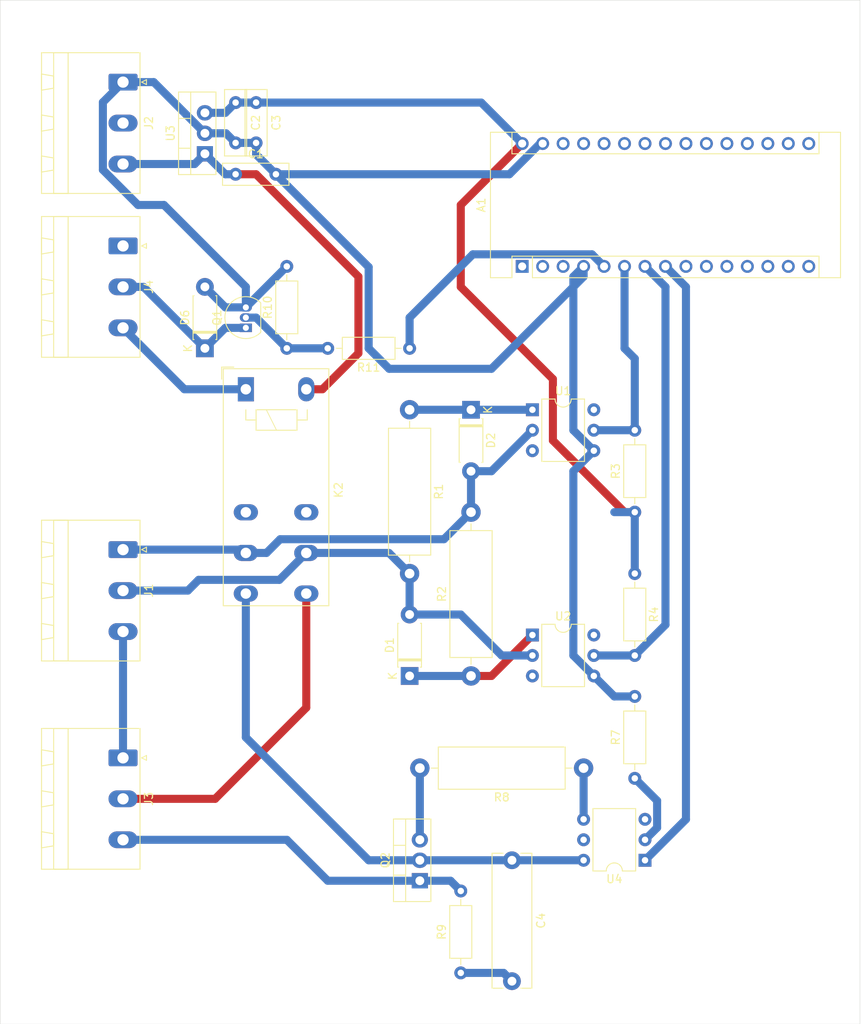
<source format=kicad_pcb>
(kicad_pcb (version 20171130) (host pcbnew 5.1.6-c6e7f7d~86~ubuntu20.04.1)

  (general
    (thickness 1.6)
    (drawings 4)
    (tracks 125)
    (zones 0)
    (modules 28)
    (nets 23)
  )

  (page A4)
  (layers
    (0 F.Cu signal)
    (31 B.Cu signal)
    (32 B.Adhes user)
    (33 F.Adhes user)
    (34 B.Paste user)
    (35 F.Paste user)
    (36 B.SilkS user)
    (37 F.SilkS user)
    (38 B.Mask user)
    (39 F.Mask user)
    (40 Dwgs.User user)
    (41 Cmts.User user)
    (42 Eco1.User user)
    (43 Eco2.User user)
    (44 Edge.Cuts user)
    (45 Margin user)
    (46 B.CrtYd user)
    (47 F.CrtYd user)
    (48 B.Fab user)
    (49 F.Fab user hide)
  )

  (setup
    (last_trace_width 0.25)
    (trace_clearance 0.2)
    (zone_clearance 0.508)
    (zone_45_only no)
    (trace_min 0.2)
    (via_size 0.8)
    (via_drill 0.4)
    (via_min_size 0.4)
    (via_min_drill 0.3)
    (uvia_size 0.3)
    (uvia_drill 0.1)
    (uvias_allowed no)
    (uvia_min_size 0.2)
    (uvia_min_drill 0.1)
    (edge_width 0.05)
    (segment_width 0.2)
    (pcb_text_width 0.3)
    (pcb_text_size 1.5 1.5)
    (mod_edge_width 0.12)
    (mod_text_size 1 1)
    (mod_text_width 0.15)
    (pad_size 1.524 1.524)
    (pad_drill 0.762)
    (pad_to_mask_clearance 0.05)
    (aux_axis_origin 0 0)
    (visible_elements FFFFFF7F)
    (pcbplotparams
      (layerselection 0x010fc_ffffffff)
      (usegerberextensions false)
      (usegerberattributes true)
      (usegerberadvancedattributes true)
      (creategerberjobfile true)
      (excludeedgelayer true)
      (linewidth 0.100000)
      (plotframeref false)
      (viasonmask false)
      (mode 1)
      (useauxorigin false)
      (hpglpennumber 1)
      (hpglpenspeed 20)
      (hpglpendiameter 15.000000)
      (psnegative false)
      (psa4output false)
      (plotreference true)
      (plotvalue true)
      (plotinvisibletext false)
      (padsonsilk false)
      (subtractmaskfromsilk false)
      (outputformat 1)
      (mirror false)
      (drillshape 1)
      (scaleselection 1)
      (outputdirectory ""))
  )

  (net 0 "")
  (net 1 +5V)
  (net 2 GND)
  (net 3 /MAINS_OUT)
  (net 4 +12V)
  (net 5 "Net-(C4-Pad2)")
  (net 6 MAINS_L)
  (net 7 "Net-(D1-Pad1)")
  (net 8 "Net-(D2-Pad1)")
  (net 9 "Net-(D6-Pad1)")
  (net 10 Earth_Protective)
  (net 11 MAINS_N)
  (net 12 "Net-(J4-Pad3)")
  (net 13 "Net-(Q2-Pad3)")
  (net 14 "Net-(R7-Pad1)")
  (net 15 "Net-(R8-Pad1)")
  (net 16 /ENABLE_IN)
  (net 17 "Net-(Q1-Pad2)")
  (net 18 /ZERO_CROSSING_POS)
  (net 19 /ZERO_CROSSING_NEG)
  (net 20 "Net-(J3-Pad3)")
  (net 21 /N)
  (net 22 /L)

  (net_class Default "This is the default net class."
    (clearance 0.2)
    (trace_width 0.25)
    (via_dia 0.8)
    (via_drill 0.4)
    (uvia_dia 0.3)
    (uvia_drill 0.1)
    (add_net +12V)
    (add_net +5V)
    (add_net /ENABLE_IN)
    (add_net /L)
    (add_net /MAINS_OUT)
    (add_net /N)
    (add_net /ZERO_CROSSING_NEG)
    (add_net /ZERO_CROSSING_POS)
    (add_net Earth_Protective)
    (add_net GND)
    (add_net MAINS_L)
    (add_net MAINS_N)
    (add_net "Net-(A1-Pad1)")
    (add_net "Net-(A1-Pad10)")
    (add_net "Net-(A1-Pad11)")
    (add_net "Net-(A1-Pad12)")
    (add_net "Net-(A1-Pad13)")
    (add_net "Net-(A1-Pad14)")
    (add_net "Net-(A1-Pad15)")
    (add_net "Net-(A1-Pad16)")
    (add_net "Net-(A1-Pad17)")
    (add_net "Net-(A1-Pad18)")
    (add_net "Net-(A1-Pad19)")
    (add_net "Net-(A1-Pad2)")
    (add_net "Net-(A1-Pad20)")
    (add_net "Net-(A1-Pad21)")
    (add_net "Net-(A1-Pad22)")
    (add_net "Net-(A1-Pad23)")
    (add_net "Net-(A1-Pad24)")
    (add_net "Net-(A1-Pad25)")
    (add_net "Net-(A1-Pad26)")
    (add_net "Net-(A1-Pad27)")
    (add_net "Net-(A1-Pad28)")
    (add_net "Net-(A1-Pad3)")
    (add_net "Net-(A1-Pad9)")
    (add_net "Net-(C4-Pad2)")
    (add_net "Net-(D1-Pad1)")
    (add_net "Net-(D2-Pad1)")
    (add_net "Net-(D6-Pad1)")
    (add_net "Net-(J2-Pad2)")
    (add_net "Net-(J3-Pad3)")
    (add_net "Net-(J4-Pad1)")
    (add_net "Net-(J4-Pad3)")
    (add_net "Net-(K2-Pad12)")
    (add_net "Net-(K2-Pad22)")
    (add_net "Net-(Q1-Pad2)")
    (add_net "Net-(Q2-Pad3)")
    (add_net "Net-(R7-Pad1)")
    (add_net "Net-(R8-Pad1)")
    (add_net "Net-(U1-Pad3)")
    (add_net "Net-(U1-Pad6)")
    (add_net "Net-(U2-Pad3)")
    (add_net "Net-(U2-Pad6)")
    (add_net "Net-(U4-Pad3)")
    (add_net "Net-(U4-Pad5)")
  )

  (module Package_DIP:DIP-6_W7.62mm (layer F.Cu) (tedit 5A02E8C5) (tstamp 5F1131A5)
    (at 127 106.68)
    (descr "6-lead though-hole mounted DIP package, row spacing 7.62 mm (300 mils)")
    (tags "THT DIP DIL PDIP 2.54mm 7.62mm 300mil")
    (path /5F1EA722)
    (fp_text reference U2 (at 3.81 -2.33) (layer F.SilkS)
      (effects (font (size 1 1) (thickness 0.15)))
    )
    (fp_text value 4N35 (at 3.81 7.41) (layer F.Fab)
      (effects (font (size 1 1) (thickness 0.15)))
    )
    (fp_text user %R (at 3.81 2.54) (layer F.Fab)
      (effects (font (size 1 1) (thickness 0.15)))
    )
    (fp_arc (start 3.81 -1.33) (end 2.81 -1.33) (angle -180) (layer F.SilkS) (width 0.12))
    (fp_line (start 1.635 -1.27) (end 6.985 -1.27) (layer F.Fab) (width 0.1))
    (fp_line (start 6.985 -1.27) (end 6.985 6.35) (layer F.Fab) (width 0.1))
    (fp_line (start 6.985 6.35) (end 0.635 6.35) (layer F.Fab) (width 0.1))
    (fp_line (start 0.635 6.35) (end 0.635 -0.27) (layer F.Fab) (width 0.1))
    (fp_line (start 0.635 -0.27) (end 1.635 -1.27) (layer F.Fab) (width 0.1))
    (fp_line (start 2.81 -1.33) (end 1.16 -1.33) (layer F.SilkS) (width 0.12))
    (fp_line (start 1.16 -1.33) (end 1.16 6.41) (layer F.SilkS) (width 0.12))
    (fp_line (start 1.16 6.41) (end 6.46 6.41) (layer F.SilkS) (width 0.12))
    (fp_line (start 6.46 6.41) (end 6.46 -1.33) (layer F.SilkS) (width 0.12))
    (fp_line (start 6.46 -1.33) (end 4.81 -1.33) (layer F.SilkS) (width 0.12))
    (fp_line (start -1.1 -1.55) (end -1.1 6.6) (layer F.CrtYd) (width 0.05))
    (fp_line (start -1.1 6.6) (end 8.7 6.6) (layer F.CrtYd) (width 0.05))
    (fp_line (start 8.7 6.6) (end 8.7 -1.55) (layer F.CrtYd) (width 0.05))
    (fp_line (start 8.7 -1.55) (end -1.1 -1.55) (layer F.CrtYd) (width 0.05))
    (pad 6 thru_hole oval (at 7.62 0) (size 1.6 1.6) (drill 0.8) (layers *.Cu *.Mask))
    (pad 3 thru_hole oval (at 0 5.08) (size 1.6 1.6) (drill 0.8) (layers *.Cu *.Mask))
    (pad 5 thru_hole oval (at 7.62 2.54) (size 1.6 1.6) (drill 0.8) (layers *.Cu *.Mask)
      (net 19 /ZERO_CROSSING_NEG))
    (pad 2 thru_hole oval (at 0 2.54) (size 1.6 1.6) (drill 0.8) (layers *.Cu *.Mask)
      (net 21 /N))
    (pad 4 thru_hole oval (at 7.62 5.08) (size 1.6 1.6) (drill 0.8) (layers *.Cu *.Mask)
      (net 2 GND))
    (pad 1 thru_hole rect (at 0 0) (size 1.6 1.6) (drill 0.8) (layers *.Cu *.Mask)
      (net 7 "Net-(D1-Pad1)"))
    (model ${KISYS3DMOD}/Package_DIP.3dshapes/DIP-6_W7.62mm.wrl
      (at (xyz 0 0 0))
      (scale (xyz 1 1 1))
      (rotate (xyz 0 0 0))
    )
  )

  (module Resistor_THT:R_Axial_DIN0207_L6.3mm_D2.5mm_P10.16mm_Horizontal (layer F.Cu) (tedit 5AE5139B) (tstamp 5F11307D)
    (at 139.7 99.06 270)
    (descr "Resistor, Axial_DIN0207 series, Axial, Horizontal, pin pitch=10.16mm, 0.25W = 1/4W, length*diameter=6.3*2.5mm^2, http://cdn-reichelt.de/documents/datenblatt/B400/1_4W%23YAG.pdf")
    (tags "Resistor Axial_DIN0207 series Axial Horizontal pin pitch 10.16mm 0.25W = 1/4W length 6.3mm diameter 2.5mm")
    (path /5F1EB397)
    (fp_text reference R4 (at 5.08 -2.37 90) (layer F.SilkS)
      (effects (font (size 1 1) (thickness 0.15)))
    )
    (fp_text value 10K (at 5.08 2.37 90) (layer F.Fab)
      (effects (font (size 1 1) (thickness 0.15)))
    )
    (fp_text user %R (at 5.08 0 90) (layer F.Fab)
      (effects (font (size 1 1) (thickness 0.15)))
    )
    (fp_line (start 1.93 -1.25) (end 1.93 1.25) (layer F.Fab) (width 0.1))
    (fp_line (start 1.93 1.25) (end 8.23 1.25) (layer F.Fab) (width 0.1))
    (fp_line (start 8.23 1.25) (end 8.23 -1.25) (layer F.Fab) (width 0.1))
    (fp_line (start 8.23 -1.25) (end 1.93 -1.25) (layer F.Fab) (width 0.1))
    (fp_line (start 0 0) (end 1.93 0) (layer F.Fab) (width 0.1))
    (fp_line (start 10.16 0) (end 8.23 0) (layer F.Fab) (width 0.1))
    (fp_line (start 1.81 -1.37) (end 1.81 1.37) (layer F.SilkS) (width 0.12))
    (fp_line (start 1.81 1.37) (end 8.35 1.37) (layer F.SilkS) (width 0.12))
    (fp_line (start 8.35 1.37) (end 8.35 -1.37) (layer F.SilkS) (width 0.12))
    (fp_line (start 8.35 -1.37) (end 1.81 -1.37) (layer F.SilkS) (width 0.12))
    (fp_line (start 1.04 0) (end 1.81 0) (layer F.SilkS) (width 0.12))
    (fp_line (start 9.12 0) (end 8.35 0) (layer F.SilkS) (width 0.12))
    (fp_line (start -1.05 -1.5) (end -1.05 1.5) (layer F.CrtYd) (width 0.05))
    (fp_line (start -1.05 1.5) (end 11.21 1.5) (layer F.CrtYd) (width 0.05))
    (fp_line (start 11.21 1.5) (end 11.21 -1.5) (layer F.CrtYd) (width 0.05))
    (fp_line (start 11.21 -1.5) (end -1.05 -1.5) (layer F.CrtYd) (width 0.05))
    (pad 2 thru_hole oval (at 10.16 0 270) (size 1.6 1.6) (drill 0.8) (layers *.Cu *.Mask)
      (net 19 /ZERO_CROSSING_NEG))
    (pad 1 thru_hole circle (at 0 0 270) (size 1.6 1.6) (drill 0.8) (layers *.Cu *.Mask)
      (net 1 +5V))
    (model ${KISYS3DMOD}/Resistor_THT.3dshapes/R_Axial_DIN0207_L6.3mm_D2.5mm_P10.16mm_Horizontal.wrl
      (at (xyz 0 0 0))
      (scale (xyz 1 1 1))
      (rotate (xyz 0 0 0))
    )
  )

  (module Resistor_THT:R_Axial_DIN0516_L15.5mm_D5.0mm_P20.32mm_Horizontal (layer F.Cu) (tedit 5AE5139B) (tstamp 5F11303A)
    (at 119.38 111.76 90)
    (descr "Resistor, Axial_DIN0516 series, Axial, Horizontal, pin pitch=20.32mm, 2W, length*diameter=15.5*5mm^2, http://cdn-reichelt.de/documents/datenblatt/B400/1_4W%23YAG.pdf")
    (tags "Resistor Axial_DIN0516 series Axial Horizontal pin pitch 20.32mm 2W length 15.5mm diameter 5mm")
    (path /5F1F7A23)
    (fp_text reference R2 (at 10.16 -3.62 90) (layer F.SilkS)
      (effects (font (size 1 1) (thickness 0.15)))
    )
    (fp_text value "47K 2W" (at 10.16 3.62 90) (layer F.Fab)
      (effects (font (size 1 1) (thickness 0.15)))
    )
    (fp_text user %R (at 10.16 0 90) (layer F.Fab)
      (effects (font (size 1 1) (thickness 0.15)))
    )
    (fp_line (start 2.41 -2.5) (end 2.41 2.5) (layer F.Fab) (width 0.1))
    (fp_line (start 2.41 2.5) (end 17.91 2.5) (layer F.Fab) (width 0.1))
    (fp_line (start 17.91 2.5) (end 17.91 -2.5) (layer F.Fab) (width 0.1))
    (fp_line (start 17.91 -2.5) (end 2.41 -2.5) (layer F.Fab) (width 0.1))
    (fp_line (start 0 0) (end 2.41 0) (layer F.Fab) (width 0.1))
    (fp_line (start 20.32 0) (end 17.91 0) (layer F.Fab) (width 0.1))
    (fp_line (start 2.29 -2.62) (end 2.29 2.62) (layer F.SilkS) (width 0.12))
    (fp_line (start 2.29 2.62) (end 18.03 2.62) (layer F.SilkS) (width 0.12))
    (fp_line (start 18.03 2.62) (end 18.03 -2.62) (layer F.SilkS) (width 0.12))
    (fp_line (start 18.03 -2.62) (end 2.29 -2.62) (layer F.SilkS) (width 0.12))
    (fp_line (start 1.44 0) (end 2.29 0) (layer F.SilkS) (width 0.12))
    (fp_line (start 18.88 0) (end 18.03 0) (layer F.SilkS) (width 0.12))
    (fp_line (start -1.45 -2.75) (end -1.45 2.75) (layer F.CrtYd) (width 0.05))
    (fp_line (start -1.45 2.75) (end 21.77 2.75) (layer F.CrtYd) (width 0.05))
    (fp_line (start 21.77 2.75) (end 21.77 -2.75) (layer F.CrtYd) (width 0.05))
    (fp_line (start 21.77 -2.75) (end -1.45 -2.75) (layer F.CrtYd) (width 0.05))
    (pad 2 thru_hole oval (at 20.32 0 90) (size 2.4 2.4) (drill 1.2) (layers *.Cu *.Mask)
      (net 22 /L))
    (pad 1 thru_hole circle (at 0 0 90) (size 2.4 2.4) (drill 1.2) (layers *.Cu *.Mask)
      (net 7 "Net-(D1-Pad1)"))
    (model ${KISYS3DMOD}/Resistor_THT.3dshapes/R_Axial_DIN0516_L15.5mm_D5.0mm_P20.32mm_Horizontal.wrl
      (at (xyz 0 0 0))
      (scale (xyz 1 1 1))
      (rotate (xyz 0 0 0))
    )
  )

  (module Diode_THT:D_DO-41_SOD81_P7.62mm_Horizontal (layer F.Cu) (tedit 5AE50CD5) (tstamp 5F112DDB)
    (at 119.38 78.74 270)
    (descr "Diode, DO-41_SOD81 series, Axial, Horizontal, pin pitch=7.62mm, , length*diameter=5.2*2.7mm^2, , http://www.diodes.com/_files/packages/DO-41%20(Plastic).pdf")
    (tags "Diode DO-41_SOD81 series Axial Horizontal pin pitch 7.62mm  length 5.2mm diameter 2.7mm")
    (path /5F1F158A)
    (fp_text reference D2 (at 3.81 -2.47 90) (layer F.SilkS)
      (effects (font (size 1 1) (thickness 0.15)))
    )
    (fp_text value 1N4005 (at 3.81 2.47 90) (layer F.Fab)
      (effects (font (size 1 1) (thickness 0.15)))
    )
    (fp_text user K (at 0 -2.1 90) (layer F.SilkS)
      (effects (font (size 1 1) (thickness 0.15)))
    )
    (fp_text user K (at 0 -2.1 90) (layer F.Fab)
      (effects (font (size 1 1) (thickness 0.15)))
    )
    (fp_text user %R (at 4.2 0 90) (layer F.Fab)
      (effects (font (size 1 1) (thickness 0.15)))
    )
    (fp_line (start 1.21 -1.35) (end 1.21 1.35) (layer F.Fab) (width 0.1))
    (fp_line (start 1.21 1.35) (end 6.41 1.35) (layer F.Fab) (width 0.1))
    (fp_line (start 6.41 1.35) (end 6.41 -1.35) (layer F.Fab) (width 0.1))
    (fp_line (start 6.41 -1.35) (end 1.21 -1.35) (layer F.Fab) (width 0.1))
    (fp_line (start 0 0) (end 1.21 0) (layer F.Fab) (width 0.1))
    (fp_line (start 7.62 0) (end 6.41 0) (layer F.Fab) (width 0.1))
    (fp_line (start 1.99 -1.35) (end 1.99 1.35) (layer F.Fab) (width 0.1))
    (fp_line (start 2.09 -1.35) (end 2.09 1.35) (layer F.Fab) (width 0.1))
    (fp_line (start 1.89 -1.35) (end 1.89 1.35) (layer F.Fab) (width 0.1))
    (fp_line (start 1.09 -1.34) (end 1.09 -1.47) (layer F.SilkS) (width 0.12))
    (fp_line (start 1.09 -1.47) (end 6.53 -1.47) (layer F.SilkS) (width 0.12))
    (fp_line (start 6.53 -1.47) (end 6.53 -1.34) (layer F.SilkS) (width 0.12))
    (fp_line (start 1.09 1.34) (end 1.09 1.47) (layer F.SilkS) (width 0.12))
    (fp_line (start 1.09 1.47) (end 6.53 1.47) (layer F.SilkS) (width 0.12))
    (fp_line (start 6.53 1.47) (end 6.53 1.34) (layer F.SilkS) (width 0.12))
    (fp_line (start 1.99 -1.47) (end 1.99 1.47) (layer F.SilkS) (width 0.12))
    (fp_line (start 2.11 -1.47) (end 2.11 1.47) (layer F.SilkS) (width 0.12))
    (fp_line (start 1.87 -1.47) (end 1.87 1.47) (layer F.SilkS) (width 0.12))
    (fp_line (start -1.35 -1.6) (end -1.35 1.6) (layer F.CrtYd) (width 0.05))
    (fp_line (start -1.35 1.6) (end 8.97 1.6) (layer F.CrtYd) (width 0.05))
    (fp_line (start 8.97 1.6) (end 8.97 -1.6) (layer F.CrtYd) (width 0.05))
    (fp_line (start 8.97 -1.6) (end -1.35 -1.6) (layer F.CrtYd) (width 0.05))
    (pad 2 thru_hole oval (at 7.62 0 270) (size 2.2 2.2) (drill 1.1) (layers *.Cu *.Mask)
      (net 22 /L))
    (pad 1 thru_hole rect (at 0 0 270) (size 2.2 2.2) (drill 1.1) (layers *.Cu *.Mask)
      (net 8 "Net-(D2-Pad1)"))
    (model ${KISYS3DMOD}/Diode_THT.3dshapes/D_DO-41_SOD81_P7.62mm_Horizontal.wrl
      (at (xyz 0 0 0))
      (scale (xyz 1 1 1))
      (rotate (xyz 0 0 0))
    )
  )

  (module Diode_THT:D_DO-41_SOD81_P7.62mm_Horizontal (layer F.Cu) (tedit 5AE50CD5) (tstamp 5F112DBC)
    (at 111.76 111.76 90)
    (descr "Diode, DO-41_SOD81 series, Axial, Horizontal, pin pitch=7.62mm, , length*diameter=5.2*2.7mm^2, , http://www.diodes.com/_files/packages/DO-41%20(Plastic).pdf")
    (tags "Diode DO-41_SOD81 series Axial Horizontal pin pitch 7.62mm  length 5.2mm diameter 2.7mm")
    (path /5F1F1AA3)
    (fp_text reference D1 (at 3.81 -2.47 90) (layer F.SilkS)
      (effects (font (size 1 1) (thickness 0.15)))
    )
    (fp_text value 1N4005 (at 3.81 2.47 90) (layer F.Fab)
      (effects (font (size 1 1) (thickness 0.15)))
    )
    (fp_text user K (at 0 -2.1 90) (layer F.SilkS)
      (effects (font (size 1 1) (thickness 0.15)))
    )
    (fp_text user K (at 0 -2.1 90) (layer F.Fab)
      (effects (font (size 1 1) (thickness 0.15)))
    )
    (fp_text user %R (at 4.2 0 90) (layer F.Fab)
      (effects (font (size 1 1) (thickness 0.15)))
    )
    (fp_line (start 1.21 -1.35) (end 1.21 1.35) (layer F.Fab) (width 0.1))
    (fp_line (start 1.21 1.35) (end 6.41 1.35) (layer F.Fab) (width 0.1))
    (fp_line (start 6.41 1.35) (end 6.41 -1.35) (layer F.Fab) (width 0.1))
    (fp_line (start 6.41 -1.35) (end 1.21 -1.35) (layer F.Fab) (width 0.1))
    (fp_line (start 0 0) (end 1.21 0) (layer F.Fab) (width 0.1))
    (fp_line (start 7.62 0) (end 6.41 0) (layer F.Fab) (width 0.1))
    (fp_line (start 1.99 -1.35) (end 1.99 1.35) (layer F.Fab) (width 0.1))
    (fp_line (start 2.09 -1.35) (end 2.09 1.35) (layer F.Fab) (width 0.1))
    (fp_line (start 1.89 -1.35) (end 1.89 1.35) (layer F.Fab) (width 0.1))
    (fp_line (start 1.09 -1.34) (end 1.09 -1.47) (layer F.SilkS) (width 0.12))
    (fp_line (start 1.09 -1.47) (end 6.53 -1.47) (layer F.SilkS) (width 0.12))
    (fp_line (start 6.53 -1.47) (end 6.53 -1.34) (layer F.SilkS) (width 0.12))
    (fp_line (start 1.09 1.34) (end 1.09 1.47) (layer F.SilkS) (width 0.12))
    (fp_line (start 1.09 1.47) (end 6.53 1.47) (layer F.SilkS) (width 0.12))
    (fp_line (start 6.53 1.47) (end 6.53 1.34) (layer F.SilkS) (width 0.12))
    (fp_line (start 1.99 -1.47) (end 1.99 1.47) (layer F.SilkS) (width 0.12))
    (fp_line (start 2.11 -1.47) (end 2.11 1.47) (layer F.SilkS) (width 0.12))
    (fp_line (start 1.87 -1.47) (end 1.87 1.47) (layer F.SilkS) (width 0.12))
    (fp_line (start -1.35 -1.6) (end -1.35 1.6) (layer F.CrtYd) (width 0.05))
    (fp_line (start -1.35 1.6) (end 8.97 1.6) (layer F.CrtYd) (width 0.05))
    (fp_line (start 8.97 1.6) (end 8.97 -1.6) (layer F.CrtYd) (width 0.05))
    (fp_line (start 8.97 -1.6) (end -1.35 -1.6) (layer F.CrtYd) (width 0.05))
    (pad 2 thru_hole oval (at 7.62 0 90) (size 2.2 2.2) (drill 1.1) (layers *.Cu *.Mask)
      (net 21 /N))
    (pad 1 thru_hole rect (at 0 0 90) (size 2.2 2.2) (drill 1.1) (layers *.Cu *.Mask)
      (net 7 "Net-(D1-Pad1)"))
    (model ${KISYS3DMOD}/Diode_THT.3dshapes/D_DO-41_SOD81_P7.62mm_Horizontal.wrl
      (at (xyz 0 0 0))
      (scale (xyz 1 1 1))
      (rotate (xyz 0 0 0))
    )
  )

  (module Package_TO_SOT_THT:TO-92_Inline (layer F.Cu) (tedit 5A1DD157) (tstamp 5F1118E8)
    (at 91.44 68.58 90)
    (descr "TO-92 leads in-line, narrow, oval pads, drill 0.75mm (see NXP sot054_po.pdf)")
    (tags "to-92 sc-43 sc-43a sot54 PA33 transistor")
    (path /5F1C172C)
    (fp_text reference Q1 (at 1.27 -3.56 90) (layer F.SilkS)
      (effects (font (size 1 1) (thickness 0.15)))
    )
    (fp_text value BC548 (at 1.27 2.79 90) (layer F.Fab)
      (effects (font (size 1 1) (thickness 0.15)))
    )
    (fp_arc (start 1.27 0) (end 1.27 -2.6) (angle 135) (layer F.SilkS) (width 0.12))
    (fp_arc (start 1.27 0) (end 1.27 -2.48) (angle -135) (layer F.Fab) (width 0.1))
    (fp_arc (start 1.27 0) (end 1.27 -2.6) (angle -135) (layer F.SilkS) (width 0.12))
    (fp_arc (start 1.27 0) (end 1.27 -2.48) (angle 135) (layer F.Fab) (width 0.1))
    (fp_text user %R (at 1.27 -3.56 90) (layer F.Fab)
      (effects (font (size 1 1) (thickness 0.15)))
    )
    (fp_line (start -0.53 1.85) (end 3.07 1.85) (layer F.SilkS) (width 0.12))
    (fp_line (start -0.5 1.75) (end 3 1.75) (layer F.Fab) (width 0.1))
    (fp_line (start -1.46 -2.73) (end 4 -2.73) (layer F.CrtYd) (width 0.05))
    (fp_line (start -1.46 -2.73) (end -1.46 2.01) (layer F.CrtYd) (width 0.05))
    (fp_line (start 4 2.01) (end 4 -2.73) (layer F.CrtYd) (width 0.05))
    (fp_line (start 4 2.01) (end -1.46 2.01) (layer F.CrtYd) (width 0.05))
    (pad 1 thru_hole rect (at 0 0 90) (size 1.05 1.5) (drill 0.75) (layers *.Cu *.Mask)
      (net 9 "Net-(D6-Pad1)"))
    (pad 3 thru_hole oval (at 2.54 0 90) (size 1.05 1.5) (drill 0.75) (layers *.Cu *.Mask)
      (net 2 GND))
    (pad 2 thru_hole oval (at 1.27 0 90) (size 1.05 1.5) (drill 0.75) (layers *.Cu *.Mask)
      (net 17 "Net-(Q1-Pad2)"))
    (model ${KISYS3DMOD}/Package_TO_SOT_THT.3dshapes/TO-92_Inline.wrl
      (at (xyz 0 0 0))
      (scale (xyz 1 1 1))
      (rotate (xyz 0 0 0))
    )
  )

  (module Package_DIP:DIP-6_W7.62mm (layer F.Cu) (tedit 5A02E8C5) (tstamp 5F10FF38)
    (at 140.97 134.62 180)
    (descr "6-lead though-hole mounted DIP package, row spacing 7.62 mm (300 mils)")
    (tags "THT DIP DIL PDIP 2.54mm 7.62mm 300mil")
    (path /5F0C75E8)
    (fp_text reference U4 (at 3.81 -2.33) (layer F.SilkS)
      (effects (font (size 1 1) (thickness 0.15)))
    )
    (fp_text value MOC3051M (at 3.81 7.41) (layer F.Fab)
      (effects (font (size 1 1) (thickness 0.15)))
    )
    (fp_text user %R (at 3.81 2.54) (layer F.Fab)
      (effects (font (size 1 1) (thickness 0.15)))
    )
    (fp_arc (start 3.81 -1.33) (end 2.81 -1.33) (angle -180) (layer F.SilkS) (width 0.12))
    (fp_line (start 1.635 -1.27) (end 6.985 -1.27) (layer F.Fab) (width 0.1))
    (fp_line (start 6.985 -1.27) (end 6.985 6.35) (layer F.Fab) (width 0.1))
    (fp_line (start 6.985 6.35) (end 0.635 6.35) (layer F.Fab) (width 0.1))
    (fp_line (start 0.635 6.35) (end 0.635 -0.27) (layer F.Fab) (width 0.1))
    (fp_line (start 0.635 -0.27) (end 1.635 -1.27) (layer F.Fab) (width 0.1))
    (fp_line (start 2.81 -1.33) (end 1.16 -1.33) (layer F.SilkS) (width 0.12))
    (fp_line (start 1.16 -1.33) (end 1.16 6.41) (layer F.SilkS) (width 0.12))
    (fp_line (start 1.16 6.41) (end 6.46 6.41) (layer F.SilkS) (width 0.12))
    (fp_line (start 6.46 6.41) (end 6.46 -1.33) (layer F.SilkS) (width 0.12))
    (fp_line (start 6.46 -1.33) (end 4.81 -1.33) (layer F.SilkS) (width 0.12))
    (fp_line (start -1.1 -1.55) (end -1.1 6.6) (layer F.CrtYd) (width 0.05))
    (fp_line (start -1.1 6.6) (end 8.7 6.6) (layer F.CrtYd) (width 0.05))
    (fp_line (start 8.7 6.6) (end 8.7 -1.55) (layer F.CrtYd) (width 0.05))
    (fp_line (start 8.7 -1.55) (end -1.1 -1.55) (layer F.CrtYd) (width 0.05))
    (pad 6 thru_hole oval (at 7.62 0 180) (size 1.6 1.6) (drill 0.8) (layers *.Cu *.Mask)
      (net 6 MAINS_L))
    (pad 3 thru_hole oval (at 0 5.08 180) (size 1.6 1.6) (drill 0.8) (layers *.Cu *.Mask))
    (pad 5 thru_hole oval (at 7.62 2.54 180) (size 1.6 1.6) (drill 0.8) (layers *.Cu *.Mask))
    (pad 2 thru_hole oval (at 0 2.54 180) (size 1.6 1.6) (drill 0.8) (layers *.Cu *.Mask)
      (net 14 "Net-(R7-Pad1)"))
    (pad 4 thru_hole oval (at 7.62 5.08 180) (size 1.6 1.6) (drill 0.8) (layers *.Cu *.Mask)
      (net 15 "Net-(R8-Pad1)"))
    (pad 1 thru_hole rect (at 0 0 180) (size 1.6 1.6) (drill 0.8) (layers *.Cu *.Mask)
      (net 3 /MAINS_OUT))
    (model ${KISYS3DMOD}/Package_DIP.3dshapes/DIP-6_W7.62mm.wrl
      (at (xyz 0 0 0))
      (scale (xyz 1 1 1))
      (rotate (xyz 0 0 0))
    )
  )

  (module Package_TO_SOT_THT:TO-220-3_Vertical (layer F.Cu) (tedit 5AC8BA0D) (tstamp 5F10FF1E)
    (at 86.36 46.99 90)
    (descr "TO-220-3, Vertical, RM 2.54mm, see https://www.vishay.com/docs/66542/to-220-1.pdf")
    (tags "TO-220-3 Vertical RM 2.54mm")
    (path /5F13EB46)
    (fp_text reference U3 (at 2.54 -4.27 90) (layer F.SilkS)
      (effects (font (size 1 1) (thickness 0.15)))
    )
    (fp_text value LM7805_TO220 (at 2.54 2.5 90) (layer F.Fab)
      (effects (font (size 1 1) (thickness 0.15)))
    )
    (fp_text user %R (at 2.54 -4.27 90) (layer F.Fab)
      (effects (font (size 1 1) (thickness 0.15)))
    )
    (fp_line (start -2.46 -3.15) (end -2.46 1.25) (layer F.Fab) (width 0.1))
    (fp_line (start -2.46 1.25) (end 7.54 1.25) (layer F.Fab) (width 0.1))
    (fp_line (start 7.54 1.25) (end 7.54 -3.15) (layer F.Fab) (width 0.1))
    (fp_line (start 7.54 -3.15) (end -2.46 -3.15) (layer F.Fab) (width 0.1))
    (fp_line (start -2.46 -1.88) (end 7.54 -1.88) (layer F.Fab) (width 0.1))
    (fp_line (start 0.69 -3.15) (end 0.69 -1.88) (layer F.Fab) (width 0.1))
    (fp_line (start 4.39 -3.15) (end 4.39 -1.88) (layer F.Fab) (width 0.1))
    (fp_line (start -2.58 -3.27) (end 7.66 -3.27) (layer F.SilkS) (width 0.12))
    (fp_line (start -2.58 1.371) (end 7.66 1.371) (layer F.SilkS) (width 0.12))
    (fp_line (start -2.58 -3.27) (end -2.58 1.371) (layer F.SilkS) (width 0.12))
    (fp_line (start 7.66 -3.27) (end 7.66 1.371) (layer F.SilkS) (width 0.12))
    (fp_line (start -2.58 -1.76) (end 7.66 -1.76) (layer F.SilkS) (width 0.12))
    (fp_line (start 0.69 -3.27) (end 0.69 -1.76) (layer F.SilkS) (width 0.12))
    (fp_line (start 4.391 -3.27) (end 4.391 -1.76) (layer F.SilkS) (width 0.12))
    (fp_line (start -2.71 -3.4) (end -2.71 1.51) (layer F.CrtYd) (width 0.05))
    (fp_line (start -2.71 1.51) (end 7.79 1.51) (layer F.CrtYd) (width 0.05))
    (fp_line (start 7.79 1.51) (end 7.79 -3.4) (layer F.CrtYd) (width 0.05))
    (fp_line (start 7.79 -3.4) (end -2.71 -3.4) (layer F.CrtYd) (width 0.05))
    (pad 3 thru_hole oval (at 5.08 0 90) (size 1.905 2) (drill 1.1) (layers *.Cu *.Mask)
      (net 1 +5V))
    (pad 2 thru_hole oval (at 2.54 0 90) (size 1.905 2) (drill 1.1) (layers *.Cu *.Mask)
      (net 2 GND))
    (pad 1 thru_hole rect (at 0 0 90) (size 1.905 2) (drill 1.1) (layers *.Cu *.Mask)
      (net 4 +12V))
    (model ${KISYS3DMOD}/Package_TO_SOT_THT.3dshapes/TO-220-3_Vertical.wrl
      (at (xyz 0 0 0))
      (scale (xyz 1 1 1))
      (rotate (xyz 0 0 0))
    )
  )

  (module Package_DIP:DIP-6_W7.62mm (layer F.Cu) (tedit 5A02E8C5) (tstamp 5F10FEEA)
    (at 127 78.74)
    (descr "6-lead though-hole mounted DIP package, row spacing 7.62 mm (300 mils)")
    (tags "THT DIP DIL PDIP 2.54mm 7.62mm 300mil")
    (path /5F0C1247)
    (fp_text reference U1 (at 3.81 -2.33) (layer F.SilkS)
      (effects (font (size 1 1) (thickness 0.15)))
    )
    (fp_text value 4N35 (at 3.81 7.41) (layer F.Fab)
      (effects (font (size 1 1) (thickness 0.15)))
    )
    (fp_text user %R (at 3.81 2.54) (layer F.Fab)
      (effects (font (size 1 1) (thickness 0.15)))
    )
    (fp_arc (start 3.81 -1.33) (end 2.81 -1.33) (angle -180) (layer F.SilkS) (width 0.12))
    (fp_line (start 1.635 -1.27) (end 6.985 -1.27) (layer F.Fab) (width 0.1))
    (fp_line (start 6.985 -1.27) (end 6.985 6.35) (layer F.Fab) (width 0.1))
    (fp_line (start 6.985 6.35) (end 0.635 6.35) (layer F.Fab) (width 0.1))
    (fp_line (start 0.635 6.35) (end 0.635 -0.27) (layer F.Fab) (width 0.1))
    (fp_line (start 0.635 -0.27) (end 1.635 -1.27) (layer F.Fab) (width 0.1))
    (fp_line (start 2.81 -1.33) (end 1.16 -1.33) (layer F.SilkS) (width 0.12))
    (fp_line (start 1.16 -1.33) (end 1.16 6.41) (layer F.SilkS) (width 0.12))
    (fp_line (start 1.16 6.41) (end 6.46 6.41) (layer F.SilkS) (width 0.12))
    (fp_line (start 6.46 6.41) (end 6.46 -1.33) (layer F.SilkS) (width 0.12))
    (fp_line (start 6.46 -1.33) (end 4.81 -1.33) (layer F.SilkS) (width 0.12))
    (fp_line (start -1.1 -1.55) (end -1.1 6.6) (layer F.CrtYd) (width 0.05))
    (fp_line (start -1.1 6.6) (end 8.7 6.6) (layer F.CrtYd) (width 0.05))
    (fp_line (start 8.7 6.6) (end 8.7 -1.55) (layer F.CrtYd) (width 0.05))
    (fp_line (start 8.7 -1.55) (end -1.1 -1.55) (layer F.CrtYd) (width 0.05))
    (pad 6 thru_hole oval (at 7.62 0) (size 1.6 1.6) (drill 0.8) (layers *.Cu *.Mask))
    (pad 3 thru_hole oval (at 0 5.08) (size 1.6 1.6) (drill 0.8) (layers *.Cu *.Mask))
    (pad 5 thru_hole oval (at 7.62 2.54) (size 1.6 1.6) (drill 0.8) (layers *.Cu *.Mask)
      (net 18 /ZERO_CROSSING_POS))
    (pad 2 thru_hole oval (at 0 2.54) (size 1.6 1.6) (drill 0.8) (layers *.Cu *.Mask)
      (net 22 /L))
    (pad 4 thru_hole oval (at 7.62 5.08) (size 1.6 1.6) (drill 0.8) (layers *.Cu *.Mask)
      (net 2 GND))
    (pad 1 thru_hole rect (at 0 0) (size 1.6 1.6) (drill 0.8) (layers *.Cu *.Mask)
      (net 8 "Net-(D2-Pad1)"))
    (model ${KISYS3DMOD}/Package_DIP.3dshapes/DIP-6_W7.62mm.wrl
      (at (xyz 0 0 0))
      (scale (xyz 1 1 1))
      (rotate (xyz 0 0 0))
    )
  )

  (module Resistor_THT:R_Axial_DIN0207_L6.3mm_D2.5mm_P10.16mm_Horizontal (layer F.Cu) (tedit 5AE5139B) (tstamp 5F10FED0)
    (at 111.76 71.12 180)
    (descr "Resistor, Axial_DIN0207 series, Axial, Horizontal, pin pitch=10.16mm, 0.25W = 1/4W, length*diameter=6.3*2.5mm^2, http://cdn-reichelt.de/documents/datenblatt/B400/1_4W%23YAG.pdf")
    (tags "Resistor Axial_DIN0207 series Axial Horizontal pin pitch 10.16mm 0.25W = 1/4W length 6.3mm diameter 2.5mm")
    (path /5F1817C6)
    (fp_text reference R11 (at 5.08 -2.37) (layer F.SilkS)
      (effects (font (size 1 1) (thickness 0.15)))
    )
    (fp_text value 1K (at 5.08 2.37) (layer F.Fab)
      (effects (font (size 1 1) (thickness 0.15)))
    )
    (fp_text user %R (at 5.08 0) (layer F.Fab)
      (effects (font (size 1 1) (thickness 0.15)))
    )
    (fp_line (start 1.93 -1.25) (end 1.93 1.25) (layer F.Fab) (width 0.1))
    (fp_line (start 1.93 1.25) (end 8.23 1.25) (layer F.Fab) (width 0.1))
    (fp_line (start 8.23 1.25) (end 8.23 -1.25) (layer F.Fab) (width 0.1))
    (fp_line (start 8.23 -1.25) (end 1.93 -1.25) (layer F.Fab) (width 0.1))
    (fp_line (start 0 0) (end 1.93 0) (layer F.Fab) (width 0.1))
    (fp_line (start 10.16 0) (end 8.23 0) (layer F.Fab) (width 0.1))
    (fp_line (start 1.81 -1.37) (end 1.81 1.37) (layer F.SilkS) (width 0.12))
    (fp_line (start 1.81 1.37) (end 8.35 1.37) (layer F.SilkS) (width 0.12))
    (fp_line (start 8.35 1.37) (end 8.35 -1.37) (layer F.SilkS) (width 0.12))
    (fp_line (start 8.35 -1.37) (end 1.81 -1.37) (layer F.SilkS) (width 0.12))
    (fp_line (start 1.04 0) (end 1.81 0) (layer F.SilkS) (width 0.12))
    (fp_line (start 9.12 0) (end 8.35 0) (layer F.SilkS) (width 0.12))
    (fp_line (start -1.05 -1.5) (end -1.05 1.5) (layer F.CrtYd) (width 0.05))
    (fp_line (start -1.05 1.5) (end 11.21 1.5) (layer F.CrtYd) (width 0.05))
    (fp_line (start 11.21 1.5) (end 11.21 -1.5) (layer F.CrtYd) (width 0.05))
    (fp_line (start 11.21 -1.5) (end -1.05 -1.5) (layer F.CrtYd) (width 0.05))
    (pad 2 thru_hole oval (at 10.16 0 180) (size 1.6 1.6) (drill 0.8) (layers *.Cu *.Mask)
      (net 17 "Net-(Q1-Pad2)"))
    (pad 1 thru_hole circle (at 0 0 180) (size 1.6 1.6) (drill 0.8) (layers *.Cu *.Mask)
      (net 16 /ENABLE_IN))
    (model ${KISYS3DMOD}/Resistor_THT.3dshapes/R_Axial_DIN0207_L6.3mm_D2.5mm_P10.16mm_Horizontal.wrl
      (at (xyz 0 0 0))
      (scale (xyz 1 1 1))
      (rotate (xyz 0 0 0))
    )
  )

  (module Resistor_THT:R_Axial_DIN0207_L6.3mm_D2.5mm_P10.16mm_Horizontal (layer F.Cu) (tedit 5AE5139B) (tstamp 5F110B7C)
    (at 96.52 71.12 90)
    (descr "Resistor, Axial_DIN0207 series, Axial, Horizontal, pin pitch=10.16mm, 0.25W = 1/4W, length*diameter=6.3*2.5mm^2, http://cdn-reichelt.de/documents/datenblatt/B400/1_4W%23YAG.pdf")
    (tags "Resistor Axial_DIN0207 series Axial Horizontal pin pitch 10.16mm 0.25W = 1/4W length 6.3mm diameter 2.5mm")
    (path /5F181D47)
    (fp_text reference R10 (at 5.08 -2.37 90) (layer F.SilkS)
      (effects (font (size 1 1) (thickness 0.15)))
    )
    (fp_text value 10K (at 5.08 2.37 90) (layer F.Fab)
      (effects (font (size 1 1) (thickness 0.15)))
    )
    (fp_text user %R (at 5.08 0 90) (layer F.Fab)
      (effects (font (size 1 1) (thickness 0.15)))
    )
    (fp_line (start 1.93 -1.25) (end 1.93 1.25) (layer F.Fab) (width 0.1))
    (fp_line (start 1.93 1.25) (end 8.23 1.25) (layer F.Fab) (width 0.1))
    (fp_line (start 8.23 1.25) (end 8.23 -1.25) (layer F.Fab) (width 0.1))
    (fp_line (start 8.23 -1.25) (end 1.93 -1.25) (layer F.Fab) (width 0.1))
    (fp_line (start 0 0) (end 1.93 0) (layer F.Fab) (width 0.1))
    (fp_line (start 10.16 0) (end 8.23 0) (layer F.Fab) (width 0.1))
    (fp_line (start 1.81 -1.37) (end 1.81 1.37) (layer F.SilkS) (width 0.12))
    (fp_line (start 1.81 1.37) (end 8.35 1.37) (layer F.SilkS) (width 0.12))
    (fp_line (start 8.35 1.37) (end 8.35 -1.37) (layer F.SilkS) (width 0.12))
    (fp_line (start 8.35 -1.37) (end 1.81 -1.37) (layer F.SilkS) (width 0.12))
    (fp_line (start 1.04 0) (end 1.81 0) (layer F.SilkS) (width 0.12))
    (fp_line (start 9.12 0) (end 8.35 0) (layer F.SilkS) (width 0.12))
    (fp_line (start -1.05 -1.5) (end -1.05 1.5) (layer F.CrtYd) (width 0.05))
    (fp_line (start -1.05 1.5) (end 11.21 1.5) (layer F.CrtYd) (width 0.05))
    (fp_line (start 11.21 1.5) (end 11.21 -1.5) (layer F.CrtYd) (width 0.05))
    (fp_line (start 11.21 -1.5) (end -1.05 -1.5) (layer F.CrtYd) (width 0.05))
    (pad 2 thru_hole oval (at 10.16 0 90) (size 1.6 1.6) (drill 0.8) (layers *.Cu *.Mask)
      (net 2 GND))
    (pad 1 thru_hole circle (at 0 0 90) (size 1.6 1.6) (drill 0.8) (layers *.Cu *.Mask)
      (net 17 "Net-(Q1-Pad2)"))
    (model ${KISYS3DMOD}/Resistor_THT.3dshapes/R_Axial_DIN0207_L6.3mm_D2.5mm_P10.16mm_Horizontal.wrl
      (at (xyz 0 0 0))
      (scale (xyz 1 1 1))
      (rotate (xyz 0 0 0))
    )
  )

  (module Resistor_THT:R_Axial_DIN0207_L6.3mm_D2.5mm_P10.16mm_Horizontal (layer F.Cu) (tedit 5AE5139B) (tstamp 5F10FEA2)
    (at 118.11 148.59 90)
    (descr "Resistor, Axial_DIN0207 series, Axial, Horizontal, pin pitch=10.16mm, 0.25W = 1/4W, length*diameter=6.3*2.5mm^2, http://cdn-reichelt.de/documents/datenblatt/B400/1_4W%23YAG.pdf")
    (tags "Resistor Axial_DIN0207 series Axial Horizontal pin pitch 10.16mm 0.25W = 1/4W length 6.3mm diameter 2.5mm")
    (path /5F0D8613)
    (fp_text reference R9 (at 5.08 -2.37 90) (layer F.SilkS)
      (effects (font (size 1 1) (thickness 0.15)))
    )
    (fp_text value 39R (at 5.08 2.37 90) (layer F.Fab)
      (effects (font (size 1 1) (thickness 0.15)))
    )
    (fp_text user %R (at 5.08 0 90) (layer F.Fab)
      (effects (font (size 1 1) (thickness 0.15)))
    )
    (fp_line (start 1.93 -1.25) (end 1.93 1.25) (layer F.Fab) (width 0.1))
    (fp_line (start 1.93 1.25) (end 8.23 1.25) (layer F.Fab) (width 0.1))
    (fp_line (start 8.23 1.25) (end 8.23 -1.25) (layer F.Fab) (width 0.1))
    (fp_line (start 8.23 -1.25) (end 1.93 -1.25) (layer F.Fab) (width 0.1))
    (fp_line (start 0 0) (end 1.93 0) (layer F.Fab) (width 0.1))
    (fp_line (start 10.16 0) (end 8.23 0) (layer F.Fab) (width 0.1))
    (fp_line (start 1.81 -1.37) (end 1.81 1.37) (layer F.SilkS) (width 0.12))
    (fp_line (start 1.81 1.37) (end 8.35 1.37) (layer F.SilkS) (width 0.12))
    (fp_line (start 8.35 1.37) (end 8.35 -1.37) (layer F.SilkS) (width 0.12))
    (fp_line (start 8.35 -1.37) (end 1.81 -1.37) (layer F.SilkS) (width 0.12))
    (fp_line (start 1.04 0) (end 1.81 0) (layer F.SilkS) (width 0.12))
    (fp_line (start 9.12 0) (end 8.35 0) (layer F.SilkS) (width 0.12))
    (fp_line (start -1.05 -1.5) (end -1.05 1.5) (layer F.CrtYd) (width 0.05))
    (fp_line (start -1.05 1.5) (end 11.21 1.5) (layer F.CrtYd) (width 0.05))
    (fp_line (start 11.21 1.5) (end 11.21 -1.5) (layer F.CrtYd) (width 0.05))
    (fp_line (start 11.21 -1.5) (end -1.05 -1.5) (layer F.CrtYd) (width 0.05))
    (pad 2 thru_hole oval (at 10.16 0 90) (size 1.6 1.6) (drill 0.8) (layers *.Cu *.Mask)
      (net 20 "Net-(J3-Pad3)"))
    (pad 1 thru_hole circle (at 0 0 90) (size 1.6 1.6) (drill 0.8) (layers *.Cu *.Mask)
      (net 5 "Net-(C4-Pad2)"))
    (model ${KISYS3DMOD}/Resistor_THT.3dshapes/R_Axial_DIN0207_L6.3mm_D2.5mm_P10.16mm_Horizontal.wrl
      (at (xyz 0 0 0))
      (scale (xyz 1 1 1))
      (rotate (xyz 0 0 0))
    )
  )

  (module Resistor_THT:R_Axial_DIN0516_L15.5mm_D5.0mm_P20.32mm_Horizontal (layer F.Cu) (tedit 5AE5139B) (tstamp 5F10FE8B)
    (at 133.35 123.19 180)
    (descr "Resistor, Axial_DIN0516 series, Axial, Horizontal, pin pitch=20.32mm, 2W, length*diameter=15.5*5mm^2, http://cdn-reichelt.de/documents/datenblatt/B400/1_4W%23YAG.pdf")
    (tags "Resistor Axial_DIN0516 series Axial Horizontal pin pitch 20.32mm 2W length 15.5mm diameter 5mm")
    (path /5F0CEDEB)
    (fp_text reference R8 (at 10.16 -3.62) (layer F.SilkS)
      (effects (font (size 1 1) (thickness 0.15)))
    )
    (fp_text value "330R 2W" (at 10.16 3.62) (layer F.Fab)
      (effects (font (size 1 1) (thickness 0.15)))
    )
    (fp_text user %R (at 10.16 0) (layer F.Fab)
      (effects (font (size 1 1) (thickness 0.15)))
    )
    (fp_line (start 2.41 -2.5) (end 2.41 2.5) (layer F.Fab) (width 0.1))
    (fp_line (start 2.41 2.5) (end 17.91 2.5) (layer F.Fab) (width 0.1))
    (fp_line (start 17.91 2.5) (end 17.91 -2.5) (layer F.Fab) (width 0.1))
    (fp_line (start 17.91 -2.5) (end 2.41 -2.5) (layer F.Fab) (width 0.1))
    (fp_line (start 0 0) (end 2.41 0) (layer F.Fab) (width 0.1))
    (fp_line (start 20.32 0) (end 17.91 0) (layer F.Fab) (width 0.1))
    (fp_line (start 2.29 -2.62) (end 2.29 2.62) (layer F.SilkS) (width 0.12))
    (fp_line (start 2.29 2.62) (end 18.03 2.62) (layer F.SilkS) (width 0.12))
    (fp_line (start 18.03 2.62) (end 18.03 -2.62) (layer F.SilkS) (width 0.12))
    (fp_line (start 18.03 -2.62) (end 2.29 -2.62) (layer F.SilkS) (width 0.12))
    (fp_line (start 1.44 0) (end 2.29 0) (layer F.SilkS) (width 0.12))
    (fp_line (start 18.88 0) (end 18.03 0) (layer F.SilkS) (width 0.12))
    (fp_line (start -1.45 -2.75) (end -1.45 2.75) (layer F.CrtYd) (width 0.05))
    (fp_line (start -1.45 2.75) (end 21.77 2.75) (layer F.CrtYd) (width 0.05))
    (fp_line (start 21.77 2.75) (end 21.77 -2.75) (layer F.CrtYd) (width 0.05))
    (fp_line (start 21.77 -2.75) (end -1.45 -2.75) (layer F.CrtYd) (width 0.05))
    (pad 2 thru_hole oval (at 20.32 0 180) (size 2.4 2.4) (drill 1.2) (layers *.Cu *.Mask)
      (net 13 "Net-(Q2-Pad3)"))
    (pad 1 thru_hole circle (at 0 0 180) (size 2.4 2.4) (drill 1.2) (layers *.Cu *.Mask)
      (net 15 "Net-(R8-Pad1)"))
    (model ${KISYS3DMOD}/Resistor_THT.3dshapes/R_Axial_DIN0516_L15.5mm_D5.0mm_P20.32mm_Horizontal.wrl
      (at (xyz 0 0 0))
      (scale (xyz 1 1 1))
      (rotate (xyz 0 0 0))
    )
  )

  (module Resistor_THT:R_Axial_DIN0207_L6.3mm_D2.5mm_P10.16mm_Horizontal (layer F.Cu) (tedit 5AE5139B) (tstamp 5F10FE74)
    (at 139.7 124.46 90)
    (descr "Resistor, Axial_DIN0207 series, Axial, Horizontal, pin pitch=10.16mm, 0.25W = 1/4W, length*diameter=6.3*2.5mm^2, http://cdn-reichelt.de/documents/datenblatt/B400/1_4W%23YAG.pdf")
    (tags "Resistor Axial_DIN0207 series Axial Horizontal pin pitch 10.16mm 0.25W = 1/4W length 6.3mm diameter 2.5mm")
    (path /5F0CA056)
    (fp_text reference R7 (at 5.08 -2.37 90) (layer F.SilkS)
      (effects (font (size 1 1) (thickness 0.15)))
    )
    (fp_text value 560R (at 5.08 2.37 90) (layer F.Fab)
      (effects (font (size 1 1) (thickness 0.15)))
    )
    (fp_text user %R (at 5.08 0 90) (layer F.Fab)
      (effects (font (size 1 1) (thickness 0.15)))
    )
    (fp_line (start 1.93 -1.25) (end 1.93 1.25) (layer F.Fab) (width 0.1))
    (fp_line (start 1.93 1.25) (end 8.23 1.25) (layer F.Fab) (width 0.1))
    (fp_line (start 8.23 1.25) (end 8.23 -1.25) (layer F.Fab) (width 0.1))
    (fp_line (start 8.23 -1.25) (end 1.93 -1.25) (layer F.Fab) (width 0.1))
    (fp_line (start 0 0) (end 1.93 0) (layer F.Fab) (width 0.1))
    (fp_line (start 10.16 0) (end 8.23 0) (layer F.Fab) (width 0.1))
    (fp_line (start 1.81 -1.37) (end 1.81 1.37) (layer F.SilkS) (width 0.12))
    (fp_line (start 1.81 1.37) (end 8.35 1.37) (layer F.SilkS) (width 0.12))
    (fp_line (start 8.35 1.37) (end 8.35 -1.37) (layer F.SilkS) (width 0.12))
    (fp_line (start 8.35 -1.37) (end 1.81 -1.37) (layer F.SilkS) (width 0.12))
    (fp_line (start 1.04 0) (end 1.81 0) (layer F.SilkS) (width 0.12))
    (fp_line (start 9.12 0) (end 8.35 0) (layer F.SilkS) (width 0.12))
    (fp_line (start -1.05 -1.5) (end -1.05 1.5) (layer F.CrtYd) (width 0.05))
    (fp_line (start -1.05 1.5) (end 11.21 1.5) (layer F.CrtYd) (width 0.05))
    (fp_line (start 11.21 1.5) (end 11.21 -1.5) (layer F.CrtYd) (width 0.05))
    (fp_line (start 11.21 -1.5) (end -1.05 -1.5) (layer F.CrtYd) (width 0.05))
    (pad 2 thru_hole oval (at 10.16 0 90) (size 1.6 1.6) (drill 0.8) (layers *.Cu *.Mask)
      (net 2 GND))
    (pad 1 thru_hole circle (at 0 0 90) (size 1.6 1.6) (drill 0.8) (layers *.Cu *.Mask)
      (net 14 "Net-(R7-Pad1)"))
    (model ${KISYS3DMOD}/Resistor_THT.3dshapes/R_Axial_DIN0207_L6.3mm_D2.5mm_P10.16mm_Horizontal.wrl
      (at (xyz 0 0 0))
      (scale (xyz 1 1 1))
      (rotate (xyz 0 0 0))
    )
  )

  (module Resistor_THT:R_Axial_DIN0207_L6.3mm_D2.5mm_P10.16mm_Horizontal (layer F.Cu) (tedit 5AE5139B) (tstamp 5F10FE18)
    (at 139.7 91.44 90)
    (descr "Resistor, Axial_DIN0207 series, Axial, Horizontal, pin pitch=10.16mm, 0.25W = 1/4W, length*diameter=6.3*2.5mm^2, http://cdn-reichelt.de/documents/datenblatt/B400/1_4W%23YAG.pdf")
    (tags "Resistor Axial_DIN0207 series Axial Horizontal pin pitch 10.16mm 0.25W = 1/4W length 6.3mm diameter 2.5mm")
    (path /5F0E14D2)
    (fp_text reference R3 (at 5.08 -2.37 90) (layer F.SilkS)
      (effects (font (size 1 1) (thickness 0.15)))
    )
    (fp_text value 10K (at 5.08 2.37 90) (layer F.Fab)
      (effects (font (size 1 1) (thickness 0.15)))
    )
    (fp_text user %R (at 5.08 0 90) (layer F.Fab)
      (effects (font (size 1 1) (thickness 0.15)))
    )
    (fp_line (start 1.93 -1.25) (end 1.93 1.25) (layer F.Fab) (width 0.1))
    (fp_line (start 1.93 1.25) (end 8.23 1.25) (layer F.Fab) (width 0.1))
    (fp_line (start 8.23 1.25) (end 8.23 -1.25) (layer F.Fab) (width 0.1))
    (fp_line (start 8.23 -1.25) (end 1.93 -1.25) (layer F.Fab) (width 0.1))
    (fp_line (start 0 0) (end 1.93 0) (layer F.Fab) (width 0.1))
    (fp_line (start 10.16 0) (end 8.23 0) (layer F.Fab) (width 0.1))
    (fp_line (start 1.81 -1.37) (end 1.81 1.37) (layer F.SilkS) (width 0.12))
    (fp_line (start 1.81 1.37) (end 8.35 1.37) (layer F.SilkS) (width 0.12))
    (fp_line (start 8.35 1.37) (end 8.35 -1.37) (layer F.SilkS) (width 0.12))
    (fp_line (start 8.35 -1.37) (end 1.81 -1.37) (layer F.SilkS) (width 0.12))
    (fp_line (start 1.04 0) (end 1.81 0) (layer F.SilkS) (width 0.12))
    (fp_line (start 9.12 0) (end 8.35 0) (layer F.SilkS) (width 0.12))
    (fp_line (start -1.05 -1.5) (end -1.05 1.5) (layer F.CrtYd) (width 0.05))
    (fp_line (start -1.05 1.5) (end 11.21 1.5) (layer F.CrtYd) (width 0.05))
    (fp_line (start 11.21 1.5) (end 11.21 -1.5) (layer F.CrtYd) (width 0.05))
    (fp_line (start 11.21 -1.5) (end -1.05 -1.5) (layer F.CrtYd) (width 0.05))
    (pad 2 thru_hole oval (at 10.16 0 90) (size 1.6 1.6) (drill 0.8) (layers *.Cu *.Mask)
      (net 18 /ZERO_CROSSING_POS))
    (pad 1 thru_hole circle (at 0 0 90) (size 1.6 1.6) (drill 0.8) (layers *.Cu *.Mask)
      (net 1 +5V))
    (model ${KISYS3DMOD}/Resistor_THT.3dshapes/R_Axial_DIN0207_L6.3mm_D2.5mm_P10.16mm_Horizontal.wrl
      (at (xyz 0 0 0))
      (scale (xyz 1 1 1))
      (rotate (xyz 0 0 0))
    )
  )

  (module Resistor_THT:R_Axial_DIN0516_L15.5mm_D5.0mm_P20.32mm_Horizontal (layer F.Cu) (tedit 5AE5139B) (tstamp 5F10FDEA)
    (at 111.76 78.74 270)
    (descr "Resistor, Axial_DIN0516 series, Axial, Horizontal, pin pitch=20.32mm, 2W, length*diameter=15.5*5mm^2, http://cdn-reichelt.de/documents/datenblatt/B400/1_4W%23YAG.pdf")
    (tags "Resistor Axial_DIN0516 series Axial Horizontal pin pitch 20.32mm 2W length 15.5mm diameter 5mm")
    (path /5F0BECB8)
    (fp_text reference R1 (at 10.16 -3.62 90) (layer F.SilkS)
      (effects (font (size 1 1) (thickness 0.15)))
    )
    (fp_text value "47K 2W" (at 10.16 3.62 90) (layer F.Fab)
      (effects (font (size 1 1) (thickness 0.15)))
    )
    (fp_text user %R (at 10.16 0 90) (layer F.Fab)
      (effects (font (size 1 1) (thickness 0.15)))
    )
    (fp_line (start 2.41 -2.5) (end 2.41 2.5) (layer F.Fab) (width 0.1))
    (fp_line (start 2.41 2.5) (end 17.91 2.5) (layer F.Fab) (width 0.1))
    (fp_line (start 17.91 2.5) (end 17.91 -2.5) (layer F.Fab) (width 0.1))
    (fp_line (start 17.91 -2.5) (end 2.41 -2.5) (layer F.Fab) (width 0.1))
    (fp_line (start 0 0) (end 2.41 0) (layer F.Fab) (width 0.1))
    (fp_line (start 20.32 0) (end 17.91 0) (layer F.Fab) (width 0.1))
    (fp_line (start 2.29 -2.62) (end 2.29 2.62) (layer F.SilkS) (width 0.12))
    (fp_line (start 2.29 2.62) (end 18.03 2.62) (layer F.SilkS) (width 0.12))
    (fp_line (start 18.03 2.62) (end 18.03 -2.62) (layer F.SilkS) (width 0.12))
    (fp_line (start 18.03 -2.62) (end 2.29 -2.62) (layer F.SilkS) (width 0.12))
    (fp_line (start 1.44 0) (end 2.29 0) (layer F.SilkS) (width 0.12))
    (fp_line (start 18.88 0) (end 18.03 0) (layer F.SilkS) (width 0.12))
    (fp_line (start -1.45 -2.75) (end -1.45 2.75) (layer F.CrtYd) (width 0.05))
    (fp_line (start -1.45 2.75) (end 21.77 2.75) (layer F.CrtYd) (width 0.05))
    (fp_line (start 21.77 2.75) (end 21.77 -2.75) (layer F.CrtYd) (width 0.05))
    (fp_line (start 21.77 -2.75) (end -1.45 -2.75) (layer F.CrtYd) (width 0.05))
    (pad 2 thru_hole oval (at 20.32 0 270) (size 2.4 2.4) (drill 1.2) (layers *.Cu *.Mask)
      (net 21 /N))
    (pad 1 thru_hole circle (at 0 0 270) (size 2.4 2.4) (drill 1.2) (layers *.Cu *.Mask)
      (net 8 "Net-(D2-Pad1)"))
    (model ${KISYS3DMOD}/Resistor_THT.3dshapes/R_Axial_DIN0516_L15.5mm_D5.0mm_P20.32mm_Horizontal.wrl
      (at (xyz 0 0 0))
      (scale (xyz 1 1 1))
      (rotate (xyz 0 0 0))
    )
  )

  (module Package_TO_SOT_THT:TO-220-3_Vertical (layer F.Cu) (tedit 5AC8BA0D) (tstamp 5F10FDBE)
    (at 113.03 137.16 90)
    (descr "TO-220-3, Vertical, RM 2.54mm, see https://www.vishay.com/docs/66542/to-220-1.pdf")
    (tags "TO-220-3 Vertical RM 2.54mm")
    (path /5F0CB26F)
    (fp_text reference Q2 (at 2.54 -4.27 90) (layer F.SilkS)
      (effects (font (size 1 1) (thickness 0.15)))
    )
    (fp_text value BT138-600 (at 2.54 2.5 90) (layer F.Fab)
      (effects (font (size 1 1) (thickness 0.15)))
    )
    (fp_text user %R (at 2.54 -4.27 90) (layer F.Fab)
      (effects (font (size 1 1) (thickness 0.15)))
    )
    (fp_line (start -2.46 -3.15) (end -2.46 1.25) (layer F.Fab) (width 0.1))
    (fp_line (start -2.46 1.25) (end 7.54 1.25) (layer F.Fab) (width 0.1))
    (fp_line (start 7.54 1.25) (end 7.54 -3.15) (layer F.Fab) (width 0.1))
    (fp_line (start 7.54 -3.15) (end -2.46 -3.15) (layer F.Fab) (width 0.1))
    (fp_line (start -2.46 -1.88) (end 7.54 -1.88) (layer F.Fab) (width 0.1))
    (fp_line (start 0.69 -3.15) (end 0.69 -1.88) (layer F.Fab) (width 0.1))
    (fp_line (start 4.39 -3.15) (end 4.39 -1.88) (layer F.Fab) (width 0.1))
    (fp_line (start -2.58 -3.27) (end 7.66 -3.27) (layer F.SilkS) (width 0.12))
    (fp_line (start -2.58 1.371) (end 7.66 1.371) (layer F.SilkS) (width 0.12))
    (fp_line (start -2.58 -3.27) (end -2.58 1.371) (layer F.SilkS) (width 0.12))
    (fp_line (start 7.66 -3.27) (end 7.66 1.371) (layer F.SilkS) (width 0.12))
    (fp_line (start -2.58 -1.76) (end 7.66 -1.76) (layer F.SilkS) (width 0.12))
    (fp_line (start 0.69 -3.27) (end 0.69 -1.76) (layer F.SilkS) (width 0.12))
    (fp_line (start 4.391 -3.27) (end 4.391 -1.76) (layer F.SilkS) (width 0.12))
    (fp_line (start -2.71 -3.4) (end -2.71 1.51) (layer F.CrtYd) (width 0.05))
    (fp_line (start -2.71 1.51) (end 7.79 1.51) (layer F.CrtYd) (width 0.05))
    (fp_line (start 7.79 1.51) (end 7.79 -3.4) (layer F.CrtYd) (width 0.05))
    (fp_line (start 7.79 -3.4) (end -2.71 -3.4) (layer F.CrtYd) (width 0.05))
    (pad 3 thru_hole oval (at 5.08 0 90) (size 1.905 2) (drill 1.1) (layers *.Cu *.Mask)
      (net 13 "Net-(Q2-Pad3)"))
    (pad 2 thru_hole oval (at 2.54 0 90) (size 1.905 2) (drill 1.1) (layers *.Cu *.Mask)
      (net 6 MAINS_L))
    (pad 1 thru_hole rect (at 0 0 90) (size 1.905 2) (drill 1.1) (layers *.Cu *.Mask)
      (net 20 "Net-(J3-Pad3)"))
    (model ${KISYS3DMOD}/Package_TO_SOT_THT.3dshapes/TO-220-3_Vertical.wrl
      (at (xyz 0 0 0))
      (scale (xyz 1 1 1))
      (rotate (xyz 0 0 0))
    )
  )

  (module Relay_THT:Relay_DPDT_Schrack-RT2-FormC_RM5mm (layer F.Cu) (tedit 5A6351F4) (tstamp 5F110549)
    (at 91.44 76.2 270)
    (descr "Relay DPDT Schrack-RT2 RM5mm 16A 250V AC Form C http://www.te.com/commerce/DocumentDelivery/DDEController?Action=srchrtrv&DocNm=RT2_reflow&DocType=DS&DocLang=EN")
    (tags "Relay DPDT Schrack-RT2 RM5mm 16A 250V AC Relay")
    (path /5F1437B4)
    (fp_text reference K2 (at 12.5 -11.5 90) (layer F.SilkS)
      (effects (font (size 1 1) (thickness 0.15)))
    )
    (fp_text value RT424012 (at 12.192 4.25 90) (layer F.Fab)
      (effects (font (size 1 1) (thickness 0.15)))
    )
    (fp_text user %R (at 12.065 -3.81 270) (layer F.Fab)
      (effects (font (size 1 1) (thickness 0.15)))
    )
    (fp_line (start -2.75 3) (end -1.25 3) (layer F.SilkS) (width 0.12))
    (fp_line (start -2.75 1.5) (end -2.75 3) (layer F.SilkS) (width 0.12))
    (fp_line (start -2.35 1.6) (end -1.35 2.6) (layer F.Fab) (width 0.1))
    (fp_line (start 26.65 2.6) (end 26.65 -10.1) (layer F.Fab) (width 0.1))
    (fp_line (start 26.65 -10.1) (end -2.35 -10.1) (layer F.Fab) (width 0.1))
    (fp_line (start -2.35 -10.1) (end -2.35 1.6) (layer F.Fab) (width 0.1))
    (fp_line (start 27.1 3.05) (end 27.1 -10.55) (layer F.CrtYd) (width 0.05))
    (fp_line (start -2.8 3.05) (end 27.1 3.05) (layer F.CrtYd) (width 0.05))
    (fp_line (start -2.8 -10.55) (end -2.8 3.05) (layer F.CrtYd) (width 0.05))
    (fp_line (start 27.1 -10.55) (end -2.8 -10.55) (layer F.CrtYd) (width 0.05))
    (fp_line (start 3.81 -6.35) (end 3.81 -7.62) (layer F.SilkS) (width 0.12))
    (fp_line (start 3.81 -7.62) (end 2.54 -7.62) (layer F.SilkS) (width 0.12))
    (fp_line (start 2.54 0) (end 3.81 0) (layer F.SilkS) (width 0.12))
    (fp_line (start 3.81 0) (end 3.81 -1.27) (layer F.SilkS) (width 0.12))
    (fp_line (start 3.81 -1.27) (end 5.08 -1.27) (layer F.SilkS) (width 0.12))
    (fp_line (start 5.08 -1.27) (end 5.08 -6.35) (layer F.SilkS) (width 0.12))
    (fp_line (start 5.08 -6.35) (end 2.54 -6.35) (layer F.SilkS) (width 0.12))
    (fp_line (start 2.54 -6.35) (end 2.54 -1.27) (layer F.SilkS) (width 0.12))
    (fp_line (start 2.54 -1.27) (end 3.81 -1.27) (layer F.SilkS) (width 0.12))
    (fp_line (start 0 -1.27) (end 0 -6.35) (layer F.Fab) (width 0.12))
    (fp_line (start -2.55 -10.3) (end -2.55 2.8) (layer F.SilkS) (width 0.12))
    (fp_line (start 26.85 -10.3) (end -2.55 -10.3) (layer F.SilkS) (width 0.12))
    (fp_line (start 26.85 2.8) (end 26.85 -10.3) (layer F.SilkS) (width 0.12))
    (fp_line (start -2.55 2.8) (end 26.85 2.8) (layer F.SilkS) (width 0.12))
    (fp_line (start -1.35 2.6) (end 26.65 2.6) (layer F.Fab) (width 0.1))
    (fp_line (start 2.54 -2.54) (end 5.08 -3.81) (layer F.SilkS) (width 0.1))
    (pad 14 thru_hole oval (at 25.34 0 90) (size 2 3) (drill 1.3) (layers *.Cu *.Mask)
      (net 6 MAINS_L))
    (pad 21 thru_hole oval (at 20.3 -7.5 90) (size 2 3) (drill 1.3) (layers *.Cu *.Mask)
      (net 21 /N))
    (pad 12 thru_hole oval (at 15.26 0 90) (size 2 3) (drill 1.3) (layers *.Cu *.Mask))
    (pad 22 thru_hole oval (at 15.26 -7.5 90) (size 2 3) (drill 1.3) (layers *.Cu *.Mask))
    (pad 24 thru_hole oval (at 25.34 -7.5 90) (size 2 3) (drill 1.3) (layers *.Cu *.Mask)
      (net 11 MAINS_N))
    (pad 11 thru_hole oval (at 20.3 0 90) (size 2 3) (drill 1.3) (layers *.Cu *.Mask)
      (net 22 /L))
    (pad A2 thru_hole oval (at 0 -7.5 90) (size 3 2) (drill 1.3) (layers *.Cu *.Mask)
      (net 4 +12V))
    (pad A1 thru_hole rect (at 0 0 90) (size 3 2) (drill 1.3) (layers *.Cu *.Mask)
      (net 12 "Net-(J4-Pad3)"))
    (model ${KISYS3DMOD}/Relay_THT.3dshapes/Relay_DPDT_Schrack-RT2-FormC_RM5mm.wrl
      (at (xyz 0 0 0))
      (scale (xyz 1 1 1))
      (rotate (xyz 0 0 0))
    )
  )

  (module Connector_Phoenix_MSTB:PhoenixContact_MSTBA_2,5_3-G-5,08_1x03_P5.08mm_Horizontal (layer F.Cu) (tedit 5B785047) (tstamp 5F10FD41)
    (at 76.2 58.42 270)
    (descr "Generic Phoenix Contact connector footprint for: MSTBA_2,5/3-G-5,08; number of pins: 03; pin pitch: 5.08mm; Angled || order number: 1757255 12A || order number: 1923872 16A (HC)")
    (tags "phoenix_contact connector MSTBA_01x03_G_5.08mm")
    (path /5F15631A)
    (fp_text reference J4 (at 5.08 -3.2 90) (layer F.SilkS)
      (effects (font (size 1 1) (thickness 0.15)))
    )
    (fp_text value MC000027 (at 5.08 11.2 90) (layer F.Fab)
      (effects (font (size 1 1) (thickness 0.15)))
    )
    (fp_text user %R (at 5.08 -1.3 90) (layer F.Fab)
      (effects (font (size 1 1) (thickness 0.15)))
    )
    (fp_line (start -3.65 -2.11) (end -3.65 10.11) (layer F.SilkS) (width 0.12))
    (fp_line (start -3.65 10.11) (end 13.81 10.11) (layer F.SilkS) (width 0.12))
    (fp_line (start 13.81 10.11) (end 13.81 -2.11) (layer F.SilkS) (width 0.12))
    (fp_line (start 13.81 -2.11) (end -3.65 -2.11) (layer F.SilkS) (width 0.12))
    (fp_line (start -3.54 -2) (end -3.54 10) (layer F.Fab) (width 0.1))
    (fp_line (start -3.54 10) (end 13.7 10) (layer F.Fab) (width 0.1))
    (fp_line (start 13.7 10) (end 13.7 -2) (layer F.Fab) (width 0.1))
    (fp_line (start 13.7 -2) (end -3.54 -2) (layer F.Fab) (width 0.1))
    (fp_line (start -3.65 8.61) (end -3.65 6.81) (layer F.SilkS) (width 0.12))
    (fp_line (start -3.65 6.81) (end 13.81 6.81) (layer F.SilkS) (width 0.12))
    (fp_line (start 13.81 6.81) (end 13.81 8.61) (layer F.SilkS) (width 0.12))
    (fp_line (start 13.81 8.61) (end -3.65 8.61) (layer F.SilkS) (width 0.12))
    (fp_line (start -1 10.11) (end 1 10.11) (layer F.SilkS) (width 0.12))
    (fp_line (start 1 10.11) (end 0.75 8.61) (layer F.SilkS) (width 0.12))
    (fp_line (start 0.75 8.61) (end -0.75 8.61) (layer F.SilkS) (width 0.12))
    (fp_line (start -0.75 8.61) (end -1 10.11) (layer F.SilkS) (width 0.12))
    (fp_line (start 4.08 10.11) (end 6.08 10.11) (layer F.SilkS) (width 0.12))
    (fp_line (start 6.08 10.11) (end 5.83 8.61) (layer F.SilkS) (width 0.12))
    (fp_line (start 5.83 8.61) (end 4.33 8.61) (layer F.SilkS) (width 0.12))
    (fp_line (start 4.33 8.61) (end 4.08 10.11) (layer F.SilkS) (width 0.12))
    (fp_line (start 9.16 10.11) (end 11.16 10.11) (layer F.SilkS) (width 0.12))
    (fp_line (start 11.16 10.11) (end 10.91 8.61) (layer F.SilkS) (width 0.12))
    (fp_line (start 10.91 8.61) (end 9.41 8.61) (layer F.SilkS) (width 0.12))
    (fp_line (start 9.41 8.61) (end 9.16 10.11) (layer F.SilkS) (width 0.12))
    (fp_line (start -4.04 -2.5) (end -4.04 10.5) (layer F.CrtYd) (width 0.05))
    (fp_line (start -4.04 10.5) (end 14.2 10.5) (layer F.CrtYd) (width 0.05))
    (fp_line (start 14.2 10.5) (end 14.2 -2.5) (layer F.CrtYd) (width 0.05))
    (fp_line (start 14.2 -2.5) (end -4.04 -2.5) (layer F.CrtYd) (width 0.05))
    (fp_line (start 0.3 -2.91) (end 0 -2.31) (layer F.SilkS) (width 0.12))
    (fp_line (start 0 -2.31) (end -0.3 -2.91) (layer F.SilkS) (width 0.12))
    (fp_line (start -0.3 -2.91) (end 0.3 -2.91) (layer F.SilkS) (width 0.12))
    (fp_line (start 0.95 -2) (end 0 -0.5) (layer F.Fab) (width 0.1))
    (fp_line (start 0 -0.5) (end -0.95 -2) (layer F.Fab) (width 0.1))
    (pad 3 thru_hole oval (at 10.16 0 270) (size 2.08 3.6) (drill 1.4) (layers *.Cu *.Mask)
      (net 12 "Net-(J4-Pad3)"))
    (pad 2 thru_hole oval (at 5.08 0 270) (size 2.08 3.6) (drill 1.4) (layers *.Cu *.Mask)
      (net 9 "Net-(D6-Pad1)"))
    (pad 1 thru_hole roundrect (at 0 0 270) (size 2.08 3.6) (drill 1.4) (layers *.Cu *.Mask) (roundrect_rratio 0.120192))
    (model ${KISYS3DMOD}/Connector_Phoenix_MSTB.3dshapes/PhoenixContact_MSTBA_2,5_3-G-5,08_1x03_P5.08mm_Horizontal.wrl
      (at (xyz 0 0 0))
      (scale (xyz 1 1 1))
      (rotate (xyz 0 0 0))
    )
  )

  (module Connector_Phoenix_MSTB:PhoenixContact_MSTBA_2,5_3-G-5,08_1x03_P5.08mm_Horizontal (layer F.Cu) (tedit 5B785047) (tstamp 5F10FD18)
    (at 76.2 121.92 270)
    (descr "Generic Phoenix Contact connector footprint for: MSTBA_2,5/3-G-5,08; number of pins: 03; pin pitch: 5.08mm; Angled || order number: 1757255 12A || order number: 1923872 16A (HC)")
    (tags "phoenix_contact connector MSTBA_01x03_G_5.08mm")
    (path /5F0D3BF8)
    (fp_text reference J3 (at 5.08 -3.2 90) (layer F.SilkS)
      (effects (font (size 1 1) (thickness 0.15)))
    )
    (fp_text value MC000027 (at 5.08 11.2 90) (layer F.Fab)
      (effects (font (size 1 1) (thickness 0.15)))
    )
    (fp_text user %R (at 5.08 -1.3 90) (layer F.Fab)
      (effects (font (size 1 1) (thickness 0.15)))
    )
    (fp_line (start -3.65 -2.11) (end -3.65 10.11) (layer F.SilkS) (width 0.12))
    (fp_line (start -3.65 10.11) (end 13.81 10.11) (layer F.SilkS) (width 0.12))
    (fp_line (start 13.81 10.11) (end 13.81 -2.11) (layer F.SilkS) (width 0.12))
    (fp_line (start 13.81 -2.11) (end -3.65 -2.11) (layer F.SilkS) (width 0.12))
    (fp_line (start -3.54 -2) (end -3.54 10) (layer F.Fab) (width 0.1))
    (fp_line (start -3.54 10) (end 13.7 10) (layer F.Fab) (width 0.1))
    (fp_line (start 13.7 10) (end 13.7 -2) (layer F.Fab) (width 0.1))
    (fp_line (start 13.7 -2) (end -3.54 -2) (layer F.Fab) (width 0.1))
    (fp_line (start -3.65 8.61) (end -3.65 6.81) (layer F.SilkS) (width 0.12))
    (fp_line (start -3.65 6.81) (end 13.81 6.81) (layer F.SilkS) (width 0.12))
    (fp_line (start 13.81 6.81) (end 13.81 8.61) (layer F.SilkS) (width 0.12))
    (fp_line (start 13.81 8.61) (end -3.65 8.61) (layer F.SilkS) (width 0.12))
    (fp_line (start -1 10.11) (end 1 10.11) (layer F.SilkS) (width 0.12))
    (fp_line (start 1 10.11) (end 0.75 8.61) (layer F.SilkS) (width 0.12))
    (fp_line (start 0.75 8.61) (end -0.75 8.61) (layer F.SilkS) (width 0.12))
    (fp_line (start -0.75 8.61) (end -1 10.11) (layer F.SilkS) (width 0.12))
    (fp_line (start 4.08 10.11) (end 6.08 10.11) (layer F.SilkS) (width 0.12))
    (fp_line (start 6.08 10.11) (end 5.83 8.61) (layer F.SilkS) (width 0.12))
    (fp_line (start 5.83 8.61) (end 4.33 8.61) (layer F.SilkS) (width 0.12))
    (fp_line (start 4.33 8.61) (end 4.08 10.11) (layer F.SilkS) (width 0.12))
    (fp_line (start 9.16 10.11) (end 11.16 10.11) (layer F.SilkS) (width 0.12))
    (fp_line (start 11.16 10.11) (end 10.91 8.61) (layer F.SilkS) (width 0.12))
    (fp_line (start 10.91 8.61) (end 9.41 8.61) (layer F.SilkS) (width 0.12))
    (fp_line (start 9.41 8.61) (end 9.16 10.11) (layer F.SilkS) (width 0.12))
    (fp_line (start -4.04 -2.5) (end -4.04 10.5) (layer F.CrtYd) (width 0.05))
    (fp_line (start -4.04 10.5) (end 14.2 10.5) (layer F.CrtYd) (width 0.05))
    (fp_line (start 14.2 10.5) (end 14.2 -2.5) (layer F.CrtYd) (width 0.05))
    (fp_line (start 14.2 -2.5) (end -4.04 -2.5) (layer F.CrtYd) (width 0.05))
    (fp_line (start 0.3 -2.91) (end 0 -2.31) (layer F.SilkS) (width 0.12))
    (fp_line (start 0 -2.31) (end -0.3 -2.91) (layer F.SilkS) (width 0.12))
    (fp_line (start -0.3 -2.91) (end 0.3 -2.91) (layer F.SilkS) (width 0.12))
    (fp_line (start 0.95 -2) (end 0 -0.5) (layer F.Fab) (width 0.1))
    (fp_line (start 0 -0.5) (end -0.95 -2) (layer F.Fab) (width 0.1))
    (pad 3 thru_hole oval (at 10.16 0 270) (size 2.08 3.6) (drill 1.4) (layers *.Cu *.Mask)
      (net 20 "Net-(J3-Pad3)"))
    (pad 2 thru_hole oval (at 5.08 0 270) (size 2.08 3.6) (drill 1.4) (layers *.Cu *.Mask)
      (net 11 MAINS_N))
    (pad 1 thru_hole roundrect (at 0 0 270) (size 2.08 3.6) (drill 1.4) (layers *.Cu *.Mask) (roundrect_rratio 0.120192)
      (net 10 Earth_Protective))
    (model ${KISYS3DMOD}/Connector_Phoenix_MSTB.3dshapes/PhoenixContact_MSTBA_2,5_3-G-5,08_1x03_P5.08mm_Horizontal.wrl
      (at (xyz 0 0 0))
      (scale (xyz 1 1 1))
      (rotate (xyz 0 0 0))
    )
  )

  (module Connector_Phoenix_MSTB:PhoenixContact_MSTBA_2,5_3-G-5,08_1x03_P5.08mm_Horizontal (layer F.Cu) (tedit 5B785047) (tstamp 5F10FCEF)
    (at 76.2 38.1 270)
    (descr "Generic Phoenix Contact connector footprint for: MSTBA_2,5/3-G-5,08; number of pins: 03; pin pitch: 5.08mm; Angled || order number: 1757255 12A || order number: 1923872 16A (HC)")
    (tags "phoenix_contact connector MSTBA_01x03_G_5.08mm")
    (path /5F135BEE)
    (fp_text reference J2 (at 5.08 -3.2 90) (layer F.SilkS)
      (effects (font (size 1 1) (thickness 0.15)))
    )
    (fp_text value MC000027 (at 5.08 11.2 90) (layer F.Fab)
      (effects (font (size 1 1) (thickness 0.15)))
    )
    (fp_text user %R (at 5.08 -1.3 90) (layer F.Fab)
      (effects (font (size 1 1) (thickness 0.15)))
    )
    (fp_line (start -3.65 -2.11) (end -3.65 10.11) (layer F.SilkS) (width 0.12))
    (fp_line (start -3.65 10.11) (end 13.81 10.11) (layer F.SilkS) (width 0.12))
    (fp_line (start 13.81 10.11) (end 13.81 -2.11) (layer F.SilkS) (width 0.12))
    (fp_line (start 13.81 -2.11) (end -3.65 -2.11) (layer F.SilkS) (width 0.12))
    (fp_line (start -3.54 -2) (end -3.54 10) (layer F.Fab) (width 0.1))
    (fp_line (start -3.54 10) (end 13.7 10) (layer F.Fab) (width 0.1))
    (fp_line (start 13.7 10) (end 13.7 -2) (layer F.Fab) (width 0.1))
    (fp_line (start 13.7 -2) (end -3.54 -2) (layer F.Fab) (width 0.1))
    (fp_line (start -3.65 8.61) (end -3.65 6.81) (layer F.SilkS) (width 0.12))
    (fp_line (start -3.65 6.81) (end 13.81 6.81) (layer F.SilkS) (width 0.12))
    (fp_line (start 13.81 6.81) (end 13.81 8.61) (layer F.SilkS) (width 0.12))
    (fp_line (start 13.81 8.61) (end -3.65 8.61) (layer F.SilkS) (width 0.12))
    (fp_line (start -1 10.11) (end 1 10.11) (layer F.SilkS) (width 0.12))
    (fp_line (start 1 10.11) (end 0.75 8.61) (layer F.SilkS) (width 0.12))
    (fp_line (start 0.75 8.61) (end -0.75 8.61) (layer F.SilkS) (width 0.12))
    (fp_line (start -0.75 8.61) (end -1 10.11) (layer F.SilkS) (width 0.12))
    (fp_line (start 4.08 10.11) (end 6.08 10.11) (layer F.SilkS) (width 0.12))
    (fp_line (start 6.08 10.11) (end 5.83 8.61) (layer F.SilkS) (width 0.12))
    (fp_line (start 5.83 8.61) (end 4.33 8.61) (layer F.SilkS) (width 0.12))
    (fp_line (start 4.33 8.61) (end 4.08 10.11) (layer F.SilkS) (width 0.12))
    (fp_line (start 9.16 10.11) (end 11.16 10.11) (layer F.SilkS) (width 0.12))
    (fp_line (start 11.16 10.11) (end 10.91 8.61) (layer F.SilkS) (width 0.12))
    (fp_line (start 10.91 8.61) (end 9.41 8.61) (layer F.SilkS) (width 0.12))
    (fp_line (start 9.41 8.61) (end 9.16 10.11) (layer F.SilkS) (width 0.12))
    (fp_line (start -4.04 -2.5) (end -4.04 10.5) (layer F.CrtYd) (width 0.05))
    (fp_line (start -4.04 10.5) (end 14.2 10.5) (layer F.CrtYd) (width 0.05))
    (fp_line (start 14.2 10.5) (end 14.2 -2.5) (layer F.CrtYd) (width 0.05))
    (fp_line (start 14.2 -2.5) (end -4.04 -2.5) (layer F.CrtYd) (width 0.05))
    (fp_line (start 0.3 -2.91) (end 0 -2.31) (layer F.SilkS) (width 0.12))
    (fp_line (start 0 -2.31) (end -0.3 -2.91) (layer F.SilkS) (width 0.12))
    (fp_line (start -0.3 -2.91) (end 0.3 -2.91) (layer F.SilkS) (width 0.12))
    (fp_line (start 0.95 -2) (end 0 -0.5) (layer F.Fab) (width 0.1))
    (fp_line (start 0 -0.5) (end -0.95 -2) (layer F.Fab) (width 0.1))
    (pad 3 thru_hole oval (at 10.16 0 270) (size 2.08 3.6) (drill 1.4) (layers *.Cu *.Mask)
      (net 4 +12V))
    (pad 2 thru_hole oval (at 5.08 0 270) (size 2.08 3.6) (drill 1.4) (layers *.Cu *.Mask))
    (pad 1 thru_hole roundrect (at 0 0 270) (size 2.08 3.6) (drill 1.4) (layers *.Cu *.Mask) (roundrect_rratio 0.120192)
      (net 2 GND))
    (model ${KISYS3DMOD}/Connector_Phoenix_MSTB.3dshapes/PhoenixContact_MSTBA_2,5_3-G-5,08_1x03_P5.08mm_Horizontal.wrl
      (at (xyz 0 0 0))
      (scale (xyz 1 1 1))
      (rotate (xyz 0 0 0))
    )
  )

  (module Connector_Phoenix_MSTB:PhoenixContact_MSTBA_2,5_3-G-5,08_1x03_P5.08mm_Horizontal (layer F.Cu) (tedit 5B785047) (tstamp 5F10FCC6)
    (at 76.2 96.09 270)
    (descr "Generic Phoenix Contact connector footprint for: MSTBA_2,5/3-G-5,08; number of pins: 03; pin pitch: 5.08mm; Angled || order number: 1757255 12A || order number: 1923872 16A (HC)")
    (tags "phoenix_contact connector MSTBA_01x03_G_5.08mm")
    (path /5F0B5C78)
    (fp_text reference J1 (at 5.08 -3.2 90) (layer F.SilkS)
      (effects (font (size 1 1) (thickness 0.15)))
    )
    (fp_text value MC000027 (at 5.08 11.2 90) (layer F.Fab)
      (effects (font (size 1 1) (thickness 0.15)))
    )
    (fp_text user %R (at 5.08 -1.3 90) (layer F.Fab)
      (effects (font (size 1 1) (thickness 0.15)))
    )
    (fp_line (start -3.65 -2.11) (end -3.65 10.11) (layer F.SilkS) (width 0.12))
    (fp_line (start -3.65 10.11) (end 13.81 10.11) (layer F.SilkS) (width 0.12))
    (fp_line (start 13.81 10.11) (end 13.81 -2.11) (layer F.SilkS) (width 0.12))
    (fp_line (start 13.81 -2.11) (end -3.65 -2.11) (layer F.SilkS) (width 0.12))
    (fp_line (start -3.54 -2) (end -3.54 10) (layer F.Fab) (width 0.1))
    (fp_line (start -3.54 10) (end 13.7 10) (layer F.Fab) (width 0.1))
    (fp_line (start 13.7 10) (end 13.7 -2) (layer F.Fab) (width 0.1))
    (fp_line (start 13.7 -2) (end -3.54 -2) (layer F.Fab) (width 0.1))
    (fp_line (start -3.65 8.61) (end -3.65 6.81) (layer F.SilkS) (width 0.12))
    (fp_line (start -3.65 6.81) (end 13.81 6.81) (layer F.SilkS) (width 0.12))
    (fp_line (start 13.81 6.81) (end 13.81 8.61) (layer F.SilkS) (width 0.12))
    (fp_line (start 13.81 8.61) (end -3.65 8.61) (layer F.SilkS) (width 0.12))
    (fp_line (start -1 10.11) (end 1 10.11) (layer F.SilkS) (width 0.12))
    (fp_line (start 1 10.11) (end 0.75 8.61) (layer F.SilkS) (width 0.12))
    (fp_line (start 0.75 8.61) (end -0.75 8.61) (layer F.SilkS) (width 0.12))
    (fp_line (start -0.75 8.61) (end -1 10.11) (layer F.SilkS) (width 0.12))
    (fp_line (start 4.08 10.11) (end 6.08 10.11) (layer F.SilkS) (width 0.12))
    (fp_line (start 6.08 10.11) (end 5.83 8.61) (layer F.SilkS) (width 0.12))
    (fp_line (start 5.83 8.61) (end 4.33 8.61) (layer F.SilkS) (width 0.12))
    (fp_line (start 4.33 8.61) (end 4.08 10.11) (layer F.SilkS) (width 0.12))
    (fp_line (start 9.16 10.11) (end 11.16 10.11) (layer F.SilkS) (width 0.12))
    (fp_line (start 11.16 10.11) (end 10.91 8.61) (layer F.SilkS) (width 0.12))
    (fp_line (start 10.91 8.61) (end 9.41 8.61) (layer F.SilkS) (width 0.12))
    (fp_line (start 9.41 8.61) (end 9.16 10.11) (layer F.SilkS) (width 0.12))
    (fp_line (start -4.04 -2.5) (end -4.04 10.5) (layer F.CrtYd) (width 0.05))
    (fp_line (start -4.04 10.5) (end 14.2 10.5) (layer F.CrtYd) (width 0.05))
    (fp_line (start 14.2 10.5) (end 14.2 -2.5) (layer F.CrtYd) (width 0.05))
    (fp_line (start 14.2 -2.5) (end -4.04 -2.5) (layer F.CrtYd) (width 0.05))
    (fp_line (start 0.3 -2.91) (end 0 -2.31) (layer F.SilkS) (width 0.12))
    (fp_line (start 0 -2.31) (end -0.3 -2.91) (layer F.SilkS) (width 0.12))
    (fp_line (start -0.3 -2.91) (end 0.3 -2.91) (layer F.SilkS) (width 0.12))
    (fp_line (start 0.95 -2) (end 0 -0.5) (layer F.Fab) (width 0.1))
    (fp_line (start 0 -0.5) (end -0.95 -2) (layer F.Fab) (width 0.1))
    (pad 3 thru_hole oval (at 10.16 0 270) (size 2.08 3.6) (drill 1.4) (layers *.Cu *.Mask)
      (net 10 Earth_Protective))
    (pad 2 thru_hole oval (at 5.08 0 270) (size 2.08 3.6) (drill 1.4) (layers *.Cu *.Mask)
      (net 21 /N))
    (pad 1 thru_hole roundrect (at 0 0 270) (size 2.08 3.6) (drill 1.4) (layers *.Cu *.Mask) (roundrect_rratio 0.120192)
      (net 22 /L))
    (model ${KISYS3DMOD}/Connector_Phoenix_MSTB.3dshapes/PhoenixContact_MSTBA_2,5_3-G-5,08_1x03_P5.08mm_Horizontal.wrl
      (at (xyz 0 0 0))
      (scale (xyz 1 1 1))
      (rotate (xyz 0 0 0))
    )
  )

  (module Diode_THT:D_DO-41_SOD81_P7.62mm_Horizontal (layer F.Cu) (tedit 5AE50CD5) (tstamp 5F10FC9D)
    (at 86.36 71.12 90)
    (descr "Diode, DO-41_SOD81 series, Axial, Horizontal, pin pitch=7.62mm, , length*diameter=5.2*2.7mm^2, , http://www.diodes.com/_files/packages/DO-41%20(Plastic).pdf")
    (tags "Diode DO-41_SOD81 series Axial Horizontal pin pitch 7.62mm  length 5.2mm diameter 2.7mm")
    (path /5F17A398)
    (fp_text reference D6 (at 3.81 -2.47 90) (layer F.SilkS)
      (effects (font (size 1 1) (thickness 0.15)))
    )
    (fp_text value 1N4005 (at 3.81 2.47 90) (layer F.Fab)
      (effects (font (size 1 1) (thickness 0.15)))
    )
    (fp_text user K (at 0 -2.1 90) (layer F.SilkS)
      (effects (font (size 1 1) (thickness 0.15)))
    )
    (fp_text user K (at 0 -2.1 90) (layer F.Fab)
      (effects (font (size 1 1) (thickness 0.15)))
    )
    (fp_text user %R (at 4.2 0 90) (layer F.Fab)
      (effects (font (size 1 1) (thickness 0.15)))
    )
    (fp_line (start 1.21 -1.35) (end 1.21 1.35) (layer F.Fab) (width 0.1))
    (fp_line (start 1.21 1.35) (end 6.41 1.35) (layer F.Fab) (width 0.1))
    (fp_line (start 6.41 1.35) (end 6.41 -1.35) (layer F.Fab) (width 0.1))
    (fp_line (start 6.41 -1.35) (end 1.21 -1.35) (layer F.Fab) (width 0.1))
    (fp_line (start 0 0) (end 1.21 0) (layer F.Fab) (width 0.1))
    (fp_line (start 7.62 0) (end 6.41 0) (layer F.Fab) (width 0.1))
    (fp_line (start 1.99 -1.35) (end 1.99 1.35) (layer F.Fab) (width 0.1))
    (fp_line (start 2.09 -1.35) (end 2.09 1.35) (layer F.Fab) (width 0.1))
    (fp_line (start 1.89 -1.35) (end 1.89 1.35) (layer F.Fab) (width 0.1))
    (fp_line (start 1.09 -1.34) (end 1.09 -1.47) (layer F.SilkS) (width 0.12))
    (fp_line (start 1.09 -1.47) (end 6.53 -1.47) (layer F.SilkS) (width 0.12))
    (fp_line (start 6.53 -1.47) (end 6.53 -1.34) (layer F.SilkS) (width 0.12))
    (fp_line (start 1.09 1.34) (end 1.09 1.47) (layer F.SilkS) (width 0.12))
    (fp_line (start 1.09 1.47) (end 6.53 1.47) (layer F.SilkS) (width 0.12))
    (fp_line (start 6.53 1.47) (end 6.53 1.34) (layer F.SilkS) (width 0.12))
    (fp_line (start 1.99 -1.47) (end 1.99 1.47) (layer F.SilkS) (width 0.12))
    (fp_line (start 2.11 -1.47) (end 2.11 1.47) (layer F.SilkS) (width 0.12))
    (fp_line (start 1.87 -1.47) (end 1.87 1.47) (layer F.SilkS) (width 0.12))
    (fp_line (start -1.35 -1.6) (end -1.35 1.6) (layer F.CrtYd) (width 0.05))
    (fp_line (start -1.35 1.6) (end 8.97 1.6) (layer F.CrtYd) (width 0.05))
    (fp_line (start 8.97 1.6) (end 8.97 -1.6) (layer F.CrtYd) (width 0.05))
    (fp_line (start 8.97 -1.6) (end -1.35 -1.6) (layer F.CrtYd) (width 0.05))
    (pad 2 thru_hole oval (at 7.62 0 90) (size 2.2 2.2) (drill 1.1) (layers *.Cu *.Mask)
      (net 2 GND))
    (pad 1 thru_hole rect (at 0 0 90) (size 2.2 2.2) (drill 1.1) (layers *.Cu *.Mask)
      (net 9 "Net-(D6-Pad1)"))
    (model ${KISYS3DMOD}/Diode_THT.3dshapes/D_DO-41_SOD81_P7.62mm_Horizontal.wrl
      (at (xyz 0 0 0))
      (scale (xyz 1 1 1))
      (rotate (xyz 0 0 0))
    )
  )

  (module Capacitor_THT:C_Rect_L16.5mm_W4.7mm_P15.00mm_MKT (layer F.Cu) (tedit 5AE50EF0) (tstamp 5F10FBE3)
    (at 124.46 134.62 270)
    (descr "C, Rect series, Radial, pin pitch=15.00mm, , length*width=16.5*4.7mm^2, Capacitor, https://en.tdk.eu/inf/20/20/db/fc_2009/MKT_B32560_564.pdf")
    (tags "C Rect series Radial pin pitch 15.00mm  length 16.5mm width 4.7mm Capacitor")
    (path /5F0D7FEE)
    (fp_text reference C4 (at 7.5 -3.6 90) (layer F.SilkS)
      (effects (font (size 1 1) (thickness 0.15)))
    )
    (fp_text value 10nF (at 7.5 3.6 90) (layer F.Fab)
      (effects (font (size 1 1) (thickness 0.15)))
    )
    (fp_text user %R (at 7.5 0 90) (layer F.Fab)
      (effects (font (size 1 1) (thickness 0.15)))
    )
    (fp_line (start -0.75 -2.35) (end -0.75 2.35) (layer F.Fab) (width 0.1))
    (fp_line (start -0.75 2.35) (end 15.75 2.35) (layer F.Fab) (width 0.1))
    (fp_line (start 15.75 2.35) (end 15.75 -2.35) (layer F.Fab) (width 0.1))
    (fp_line (start 15.75 -2.35) (end -0.75 -2.35) (layer F.Fab) (width 0.1))
    (fp_line (start -0.87 -2.47) (end 15.87 -2.47) (layer F.SilkS) (width 0.12))
    (fp_line (start -0.87 2.47) (end 15.87 2.47) (layer F.SilkS) (width 0.12))
    (fp_line (start -0.87 -2.47) (end -0.87 -1.104) (layer F.SilkS) (width 0.12))
    (fp_line (start -0.87 1.104) (end -0.87 2.47) (layer F.SilkS) (width 0.12))
    (fp_line (start 15.87 -2.47) (end 15.87 -1.104) (layer F.SilkS) (width 0.12))
    (fp_line (start 15.87 1.104) (end 15.87 2.47) (layer F.SilkS) (width 0.12))
    (fp_line (start -1.35 -2.6) (end -1.35 2.6) (layer F.CrtYd) (width 0.05))
    (fp_line (start -1.35 2.6) (end 16.35 2.6) (layer F.CrtYd) (width 0.05))
    (fp_line (start 16.35 2.6) (end 16.35 -2.6) (layer F.CrtYd) (width 0.05))
    (fp_line (start 16.35 -2.6) (end -1.35 -2.6) (layer F.CrtYd) (width 0.05))
    (pad 2 thru_hole circle (at 15 0 270) (size 2.2 2.2) (drill 1.1) (layers *.Cu *.Mask)
      (net 5 "Net-(C4-Pad2)"))
    (pad 1 thru_hole circle (at 0 0 270) (size 2.2 2.2) (drill 1.1) (layers *.Cu *.Mask)
      (net 6 MAINS_L))
    (model ${KISYS3DMOD}/Capacitor_THT.3dshapes/C_Rect_L16.5mm_W4.7mm_P15.00mm_MKT.wrl
      (at (xyz 0 0 0))
      (scale (xyz 1 1 1))
      (rotate (xyz 0 0 0))
    )
  )

  (module Capacitor_THT:C_Disc_D8.0mm_W2.5mm_P5.00mm (layer F.Cu) (tedit 5AE50EF0) (tstamp 5F10FBCE)
    (at 92.71 40.64 270)
    (descr "C, Disc series, Radial, pin pitch=5.00mm, , diameter*width=8*2.5mm^2, Capacitor, http://cdn-reichelt.de/documents/datenblatt/B300/DS_KERKO_TC.pdf")
    (tags "C Disc series Radial pin pitch 5.00mm  diameter 8mm width 2.5mm Capacitor")
    (path /5F14EAC5)
    (fp_text reference C3 (at 2.5 -2.5 90) (layer F.SilkS)
      (effects (font (size 1 1) (thickness 0.15)))
    )
    (fp_text value 0.1uF (at 2.5 2.5 90) (layer F.Fab)
      (effects (font (size 1 1) (thickness 0.15)))
    )
    (fp_text user %R (at 2.5 0 90) (layer F.Fab)
      (effects (font (size 1 1) (thickness 0.15)))
    )
    (fp_line (start -1.5 -1.25) (end -1.5 1.25) (layer F.Fab) (width 0.1))
    (fp_line (start -1.5 1.25) (end 6.5 1.25) (layer F.Fab) (width 0.1))
    (fp_line (start 6.5 1.25) (end 6.5 -1.25) (layer F.Fab) (width 0.1))
    (fp_line (start 6.5 -1.25) (end -1.5 -1.25) (layer F.Fab) (width 0.1))
    (fp_line (start -1.62 -1.37) (end 6.62 -1.37) (layer F.SilkS) (width 0.12))
    (fp_line (start -1.62 1.37) (end 6.62 1.37) (layer F.SilkS) (width 0.12))
    (fp_line (start -1.62 -1.37) (end -1.62 1.37) (layer F.SilkS) (width 0.12))
    (fp_line (start 6.62 -1.37) (end 6.62 1.37) (layer F.SilkS) (width 0.12))
    (fp_line (start -1.75 -1.5) (end -1.75 1.5) (layer F.CrtYd) (width 0.05))
    (fp_line (start -1.75 1.5) (end 6.75 1.5) (layer F.CrtYd) (width 0.05))
    (fp_line (start 6.75 1.5) (end 6.75 -1.5) (layer F.CrtYd) (width 0.05))
    (fp_line (start 6.75 -1.5) (end -1.75 -1.5) (layer F.CrtYd) (width 0.05))
    (pad 2 thru_hole circle (at 5 0 270) (size 1.6 1.6) (drill 0.8) (layers *.Cu *.Mask)
      (net 2 GND))
    (pad 1 thru_hole circle (at 0 0 270) (size 1.6 1.6) (drill 0.8) (layers *.Cu *.Mask)
      (net 1 +5V))
    (model ${KISYS3DMOD}/Capacitor_THT.3dshapes/C_Disc_D8.0mm_W2.5mm_P5.00mm.wrl
      (at (xyz 0 0 0))
      (scale (xyz 1 1 1))
      (rotate (xyz 0 0 0))
    )
  )

  (module Capacitor_THT:C_Disc_D8.0mm_W2.5mm_P5.00mm (layer F.Cu) (tedit 5AE50EF0) (tstamp 5F10FBBB)
    (at 90.17 40.64 270)
    (descr "C, Disc series, Radial, pin pitch=5.00mm, , diameter*width=8*2.5mm^2, Capacitor, http://cdn-reichelt.de/documents/datenblatt/B300/DS_KERKO_TC.pdf")
    (tags "C Disc series Radial pin pitch 5.00mm  diameter 8mm width 2.5mm Capacitor")
    (path /5F1472EE)
    (fp_text reference C2 (at 2.5 -2.5 90) (layer F.SilkS)
      (effects (font (size 1 1) (thickness 0.15)))
    )
    (fp_text value 10uF (at 2.5 2.5 90) (layer F.Fab)
      (effects (font (size 1 1) (thickness 0.15)))
    )
    (fp_text user %R (at 2.5 0 90) (layer F.Fab)
      (effects (font (size 1 1) (thickness 0.15)))
    )
    (fp_line (start -1.5 -1.25) (end -1.5 1.25) (layer F.Fab) (width 0.1))
    (fp_line (start -1.5 1.25) (end 6.5 1.25) (layer F.Fab) (width 0.1))
    (fp_line (start 6.5 1.25) (end 6.5 -1.25) (layer F.Fab) (width 0.1))
    (fp_line (start 6.5 -1.25) (end -1.5 -1.25) (layer F.Fab) (width 0.1))
    (fp_line (start -1.62 -1.37) (end 6.62 -1.37) (layer F.SilkS) (width 0.12))
    (fp_line (start -1.62 1.37) (end 6.62 1.37) (layer F.SilkS) (width 0.12))
    (fp_line (start -1.62 -1.37) (end -1.62 1.37) (layer F.SilkS) (width 0.12))
    (fp_line (start 6.62 -1.37) (end 6.62 1.37) (layer F.SilkS) (width 0.12))
    (fp_line (start -1.75 -1.5) (end -1.75 1.5) (layer F.CrtYd) (width 0.05))
    (fp_line (start -1.75 1.5) (end 6.75 1.5) (layer F.CrtYd) (width 0.05))
    (fp_line (start 6.75 1.5) (end 6.75 -1.5) (layer F.CrtYd) (width 0.05))
    (fp_line (start 6.75 -1.5) (end -1.75 -1.5) (layer F.CrtYd) (width 0.05))
    (pad 2 thru_hole circle (at 5 0 270) (size 1.6 1.6) (drill 0.8) (layers *.Cu *.Mask)
      (net 2 GND))
    (pad 1 thru_hole circle (at 0 0 270) (size 1.6 1.6) (drill 0.8) (layers *.Cu *.Mask)
      (net 1 +5V))
    (model ${KISYS3DMOD}/Capacitor_THT.3dshapes/C_Disc_D8.0mm_W2.5mm_P5.00mm.wrl
      (at (xyz 0 0 0))
      (scale (xyz 1 1 1))
      (rotate (xyz 0 0 0))
    )
  )

  (module Capacitor_THT:C_Disc_D8.0mm_W2.5mm_P5.00mm (layer F.Cu) (tedit 5AE50EF0) (tstamp 5F10FBA8)
    (at 90.17 49.53)
    (descr "C, Disc series, Radial, pin pitch=5.00mm, , diameter*width=8*2.5mm^2, Capacitor, http://cdn-reichelt.de/documents/datenblatt/B300/DS_KERKO_TC.pdf")
    (tags "C Disc series Radial pin pitch 5.00mm  diameter 8mm width 2.5mm Capacitor")
    (path /5F142614)
    (fp_text reference C1 (at 2.5 -2.5) (layer F.SilkS)
      (effects (font (size 1 1) (thickness 0.15)))
    )
    (fp_text value 10uF (at 2.5 2.5) (layer F.Fab)
      (effects (font (size 1 1) (thickness 0.15)))
    )
    (fp_text user %R (at 2.5 0) (layer F.Fab)
      (effects (font (size 1 1) (thickness 0.15)))
    )
    (fp_line (start -1.5 -1.25) (end -1.5 1.25) (layer F.Fab) (width 0.1))
    (fp_line (start -1.5 1.25) (end 6.5 1.25) (layer F.Fab) (width 0.1))
    (fp_line (start 6.5 1.25) (end 6.5 -1.25) (layer F.Fab) (width 0.1))
    (fp_line (start 6.5 -1.25) (end -1.5 -1.25) (layer F.Fab) (width 0.1))
    (fp_line (start -1.62 -1.37) (end 6.62 -1.37) (layer F.SilkS) (width 0.12))
    (fp_line (start -1.62 1.37) (end 6.62 1.37) (layer F.SilkS) (width 0.12))
    (fp_line (start -1.62 -1.37) (end -1.62 1.37) (layer F.SilkS) (width 0.12))
    (fp_line (start 6.62 -1.37) (end 6.62 1.37) (layer F.SilkS) (width 0.12))
    (fp_line (start -1.75 -1.5) (end -1.75 1.5) (layer F.CrtYd) (width 0.05))
    (fp_line (start -1.75 1.5) (end 6.75 1.5) (layer F.CrtYd) (width 0.05))
    (fp_line (start 6.75 1.5) (end 6.75 -1.5) (layer F.CrtYd) (width 0.05))
    (fp_line (start 6.75 -1.5) (end -1.75 -1.5) (layer F.CrtYd) (width 0.05))
    (pad 2 thru_hole circle (at 5 0) (size 1.6 1.6) (drill 0.8) (layers *.Cu *.Mask)
      (net 2 GND))
    (pad 1 thru_hole circle (at 0 0) (size 1.6 1.6) (drill 0.8) (layers *.Cu *.Mask)
      (net 4 +12V))
    (model ${KISYS3DMOD}/Capacitor_THT.3dshapes/C_Disc_D8.0mm_W2.5mm_P5.00mm.wrl
      (at (xyz 0 0 0))
      (scale (xyz 1 1 1))
      (rotate (xyz 0 0 0))
    )
  )

  (module Module:Arduino_Nano (layer F.Cu) (tedit 58ACAF70) (tstamp 5F10FB95)
    (at 125.73 60.96 90)
    (descr "Arduino Nano, http://www.mouser.com/pdfdocs/Gravitech_Arduino_Nano3_0.pdf")
    (tags "Arduino Nano")
    (path /5F120B0C)
    (fp_text reference A1 (at 7.62 -5.08 90) (layer F.SilkS)
      (effects (font (size 1 1) (thickness 0.15)))
    )
    (fp_text value Arduino_Nano_v2.x (at 8.89 19.05) (layer F.Fab)
      (effects (font (size 1 1) (thickness 0.15)))
    )
    (fp_text user %R (at 6.35 19.05) (layer F.Fab)
      (effects (font (size 1 1) (thickness 0.15)))
    )
    (fp_line (start 1.27 1.27) (end 1.27 -1.27) (layer F.SilkS) (width 0.12))
    (fp_line (start 1.27 -1.27) (end -1.4 -1.27) (layer F.SilkS) (width 0.12))
    (fp_line (start -1.4 1.27) (end -1.4 39.5) (layer F.SilkS) (width 0.12))
    (fp_line (start -1.4 -3.94) (end -1.4 -1.27) (layer F.SilkS) (width 0.12))
    (fp_line (start 13.97 -1.27) (end 16.64 -1.27) (layer F.SilkS) (width 0.12))
    (fp_line (start 13.97 -1.27) (end 13.97 36.83) (layer F.SilkS) (width 0.12))
    (fp_line (start 13.97 36.83) (end 16.64 36.83) (layer F.SilkS) (width 0.12))
    (fp_line (start 1.27 1.27) (end -1.4 1.27) (layer F.SilkS) (width 0.12))
    (fp_line (start 1.27 1.27) (end 1.27 36.83) (layer F.SilkS) (width 0.12))
    (fp_line (start 1.27 36.83) (end -1.4 36.83) (layer F.SilkS) (width 0.12))
    (fp_line (start 3.81 31.75) (end 11.43 31.75) (layer F.Fab) (width 0.1))
    (fp_line (start 11.43 31.75) (end 11.43 41.91) (layer F.Fab) (width 0.1))
    (fp_line (start 11.43 41.91) (end 3.81 41.91) (layer F.Fab) (width 0.1))
    (fp_line (start 3.81 41.91) (end 3.81 31.75) (layer F.Fab) (width 0.1))
    (fp_line (start -1.4 39.5) (end 16.64 39.5) (layer F.SilkS) (width 0.12))
    (fp_line (start 16.64 39.5) (end 16.64 -3.94) (layer F.SilkS) (width 0.12))
    (fp_line (start 16.64 -3.94) (end -1.4 -3.94) (layer F.SilkS) (width 0.12))
    (fp_line (start 16.51 39.37) (end -1.27 39.37) (layer F.Fab) (width 0.1))
    (fp_line (start -1.27 39.37) (end -1.27 -2.54) (layer F.Fab) (width 0.1))
    (fp_line (start -1.27 -2.54) (end 0 -3.81) (layer F.Fab) (width 0.1))
    (fp_line (start 0 -3.81) (end 16.51 -3.81) (layer F.Fab) (width 0.1))
    (fp_line (start 16.51 -3.81) (end 16.51 39.37) (layer F.Fab) (width 0.1))
    (fp_line (start -1.53 -4.06) (end 16.75 -4.06) (layer F.CrtYd) (width 0.05))
    (fp_line (start -1.53 -4.06) (end -1.53 42.16) (layer F.CrtYd) (width 0.05))
    (fp_line (start 16.75 42.16) (end 16.75 -4.06) (layer F.CrtYd) (width 0.05))
    (fp_line (start 16.75 42.16) (end -1.53 42.16) (layer F.CrtYd) (width 0.05))
    (pad 16 thru_hole oval (at 15.24 35.56 90) (size 1.6 1.6) (drill 1) (layers *.Cu *.Mask))
    (pad 15 thru_hole oval (at 0 35.56 90) (size 1.6 1.6) (drill 1) (layers *.Cu *.Mask))
    (pad 30 thru_hole oval (at 15.24 0 90) (size 1.6 1.6) (drill 1) (layers *.Cu *.Mask)
      (net 1 +5V))
    (pad 14 thru_hole oval (at 0 33.02 90) (size 1.6 1.6) (drill 1) (layers *.Cu *.Mask))
    (pad 29 thru_hole oval (at 15.24 2.54 90) (size 1.6 1.6) (drill 1) (layers *.Cu *.Mask)
      (net 2 GND))
    (pad 13 thru_hole oval (at 0 30.48 90) (size 1.6 1.6) (drill 1) (layers *.Cu *.Mask))
    (pad 28 thru_hole oval (at 15.24 5.08 90) (size 1.6 1.6) (drill 1) (layers *.Cu *.Mask))
    (pad 12 thru_hole oval (at 0 27.94 90) (size 1.6 1.6) (drill 1) (layers *.Cu *.Mask))
    (pad 27 thru_hole oval (at 15.24 7.62 90) (size 1.6 1.6) (drill 1) (layers *.Cu *.Mask))
    (pad 11 thru_hole oval (at 0 25.4 90) (size 1.6 1.6) (drill 1) (layers *.Cu *.Mask))
    (pad 26 thru_hole oval (at 15.24 10.16 90) (size 1.6 1.6) (drill 1) (layers *.Cu *.Mask))
    (pad 10 thru_hole oval (at 0 22.86 90) (size 1.6 1.6) (drill 1) (layers *.Cu *.Mask))
    (pad 25 thru_hole oval (at 15.24 12.7 90) (size 1.6 1.6) (drill 1) (layers *.Cu *.Mask))
    (pad 9 thru_hole oval (at 0 20.32 90) (size 1.6 1.6) (drill 1) (layers *.Cu *.Mask))
    (pad 24 thru_hole oval (at 15.24 15.24 90) (size 1.6 1.6) (drill 1) (layers *.Cu *.Mask))
    (pad 8 thru_hole oval (at 0 17.78 90) (size 1.6 1.6) (drill 1) (layers *.Cu *.Mask)
      (net 3 /MAINS_OUT))
    (pad 23 thru_hole oval (at 15.24 17.78 90) (size 1.6 1.6) (drill 1) (layers *.Cu *.Mask))
    (pad 7 thru_hole oval (at 0 15.24 90) (size 1.6 1.6) (drill 1) (layers *.Cu *.Mask)
      (net 19 /ZERO_CROSSING_NEG))
    (pad 22 thru_hole oval (at 15.24 20.32 90) (size 1.6 1.6) (drill 1) (layers *.Cu *.Mask))
    (pad 6 thru_hole oval (at 0 12.7 90) (size 1.6 1.6) (drill 1) (layers *.Cu *.Mask)
      (net 18 /ZERO_CROSSING_POS))
    (pad 21 thru_hole oval (at 15.24 22.86 90) (size 1.6 1.6) (drill 1) (layers *.Cu *.Mask))
    (pad 5 thru_hole oval (at 0 10.16 90) (size 1.6 1.6) (drill 1) (layers *.Cu *.Mask)
      (net 16 /ENABLE_IN))
    (pad 20 thru_hole oval (at 15.24 25.4 90) (size 1.6 1.6) (drill 1) (layers *.Cu *.Mask))
    (pad 4 thru_hole oval (at 0 7.62 90) (size 1.6 1.6) (drill 1) (layers *.Cu *.Mask)
      (net 2 GND))
    (pad 19 thru_hole oval (at 15.24 27.94 90) (size 1.6 1.6) (drill 1) (layers *.Cu *.Mask))
    (pad 3 thru_hole oval (at 0 5.08 90) (size 1.6 1.6) (drill 1) (layers *.Cu *.Mask))
    (pad 18 thru_hole oval (at 15.24 30.48 90) (size 1.6 1.6) (drill 1) (layers *.Cu *.Mask))
    (pad 2 thru_hole oval (at 0 2.54 90) (size 1.6 1.6) (drill 1) (layers *.Cu *.Mask))
    (pad 17 thru_hole oval (at 15.24 33.02 90) (size 1.6 1.6) (drill 1) (layers *.Cu *.Mask))
    (pad 1 thru_hole rect (at 0 0 90) (size 1.6 1.6) (drill 1) (layers *.Cu *.Mask))
    (model ${KISYS3DMOD}/Module.3dshapes/Arduino_Nano_WithMountingHoles.wrl
      (at (xyz 0 0 0))
      (scale (xyz 1 1 1))
      (rotate (xyz 0 0 0))
    )
  )

  (gr_line (start 167.64 154.94) (end 60.96 154.94) (layer Edge.Cuts) (width 0.05))
  (gr_line (start 167.64 27.94) (end 167.64 154.94) (layer Edge.Cuts) (width 0.05))
  (gr_line (start 60.96 27.94) (end 167.64 27.94) (layer Edge.Cuts) (width 0.05))
  (gr_line (start 60.96 154.94) (end 60.96 27.94) (layer Edge.Cuts) (width 0.05))

  (segment (start 88.9 41.91) (end 90.17 40.64) (width 1) (layer B.Cu) (net 1))
  (segment (start 86.36 41.91) (end 88.9 41.91) (width 1) (layer B.Cu) (net 1))
  (segment (start 92.71 40.64) (end 91.44 40.64) (width 1) (layer B.Cu) (net 1))
  (segment (start 91.44 40.64) (end 90.17 40.64) (width 1) (layer B.Cu) (net 1))
  (segment (start 120.65 40.64) (end 125.73 45.72) (width 1) (layer B.Cu) (net 1))
  (segment (start 92.71 40.64) (end 120.65 40.64) (width 1) (layer B.Cu) (net 1))
  (segment (start 139.7 91.44) (end 139.7 99.06) (width 1) (layer B.Cu) (net 1))
  (segment (start 139.7 91.44) (end 137.16 91.44) (width 1) (layer B.Cu) (net 1))
  (segment (start 139.7 91.44) (end 138.43 91.44) (width 1) (layer F.Cu) (net 1))
  (segment (start 138.43 91.44) (end 129.54 82.55) (width 1) (layer F.Cu) (net 1))
  (segment (start 129.54 82.55) (end 129.54 74.93) (width 1) (layer F.Cu) (net 1))
  (segment (start 129.54 74.93) (end 118.11 63.5) (width 1) (layer F.Cu) (net 1))
  (segment (start 118.11 53.34) (end 125.73 45.72) (width 1) (layer F.Cu) (net 1))
  (segment (start 118.11 63.5) (end 118.11 53.34) (width 1) (layer F.Cu) (net 1))
  (segment (start 80.01 38.1) (end 86.36 44.45) (width 1) (layer B.Cu) (net 2))
  (segment (start 76.2 38.1) (end 80.01 38.1) (width 1) (layer B.Cu) (net 2))
  (segment (start 88.98 44.45) (end 90.17 45.64) (width 1) (layer B.Cu) (net 2))
  (segment (start 86.36 44.45) (end 88.98 44.45) (width 1) (layer B.Cu) (net 2))
  (segment (start 90.17 45.64) (end 92.71 45.64) (width 1) (layer B.Cu) (net 2))
  (segment (start 92.71 47.07) (end 95.17 49.53) (width 1) (layer B.Cu) (net 2))
  (segment (start 92.71 45.64) (end 92.71 47.07) (width 1) (layer B.Cu) (net 2))
  (segment (start 127.950002 45.72) (end 128.27 45.72) (width 1) (layer B.Cu) (net 2))
  (segment (start 124.140002 49.53) (end 127.950002 45.72) (width 1) (layer B.Cu) (net 2))
  (segment (start 95.17 49.53) (end 124.140002 49.53) (width 1) (layer B.Cu) (net 2))
  (segment (start 134.62 83.82) (end 132.08 81.28) (width 1) (layer B.Cu) (net 2))
  (segment (start 132.08 62.23) (end 133.35 60.96) (width 1) (layer B.Cu) (net 2))
  (segment (start 132.08 81.28) (end 132.08 62.23) (width 1) (layer B.Cu) (net 2))
  (segment (start 137.16 114.3) (end 134.62 111.76) (width 1) (layer B.Cu) (net 2))
  (segment (start 139.7 114.3) (end 137.16 114.3) (width 1) (layer B.Cu) (net 2))
  (segment (start 134.62 111.76) (end 132.08 109.22) (width 1) (layer B.Cu) (net 2))
  (segment (start 132.08 86.36) (end 134.62 83.82) (width 1) (layer B.Cu) (net 2))
  (segment (start 132.08 109.22) (end 132.08 86.36) (width 1) (layer B.Cu) (net 2))
  (segment (start 106.68 61.04) (end 95.17 49.53) (width 1) (layer B.Cu) (net 2))
  (segment (start 106.68 71.12) (end 106.68 61.04) (width 1) (layer B.Cu) (net 2))
  (segment (start 109.22 73.66) (end 106.68 71.12) (width 1) (layer B.Cu) (net 2))
  (segment (start 121.92 73.66) (end 109.22 73.66) (width 1) (layer B.Cu) (net 2))
  (segment (start 133.35 62.23) (end 121.92 73.66) (width 1) (layer B.Cu) (net 2))
  (segment (start 133.35 60.96) (end 133.35 62.23) (width 1) (layer B.Cu) (net 2))
  (segment (start 140.97 134.62) (end 146.05 129.54) (width 1) (layer B.Cu) (net 3))
  (segment (start 146.05 63.5) (end 143.51 60.96) (width 1) (layer B.Cu) (net 3))
  (segment (start 146.05 129.54) (end 146.05 63.5) (width 1) (layer B.Cu) (net 3))
  (segment (start 85.09 48.26) (end 86.36 46.99) (width 1) (layer B.Cu) (net 4))
  (segment (start 76.2 48.26) (end 85.09 48.26) (width 1) (layer B.Cu) (net 4))
  (segment (start 88.9 49.53) (end 86.36 46.99) (width 1) (layer B.Cu) (net 4))
  (segment (start 90.17 49.53) (end 88.9 49.53) (width 1) (layer B.Cu) (net 4))
  (segment (start 100.94 76.2) (end 105.41 71.73) (width 1) (layer F.Cu) (net 4))
  (segment (start 98.94 76.2) (end 100.94 76.2) (width 1) (layer F.Cu) (net 4))
  (segment (start 92.71 49.53) (end 90.17 49.53) (width 1) (layer F.Cu) (net 4))
  (segment (start 105.41 62.23) (end 92.71 49.53) (width 1) (layer F.Cu) (net 4))
  (segment (start 105.41 71.73) (end 105.41 62.23) (width 1) (layer F.Cu) (net 4))
  (segment (start 123.43 148.59) (end 124.46 149.62) (width 1) (layer B.Cu) (net 5))
  (segment (start 118.11 148.59) (end 123.43 148.59) (width 1) (layer B.Cu) (net 5))
  (segment (start 113.03 134.62) (end 124.46 134.62) (width 1) (layer B.Cu) (net 6))
  (segment (start 124.46 134.62) (end 133.35 134.62) (width 1) (layer B.Cu) (net 6))
  (segment (start 113.03 134.62) (end 106.68 134.62) (width 1) (layer B.Cu) (net 6))
  (segment (start 91.44 119.38) (end 91.44 101.54) (width 1) (layer B.Cu) (net 6))
  (segment (start 106.68 134.62) (end 91.44 119.38) (width 1) (layer B.Cu) (net 6))
  (segment (start 76.2 101.17) (end 84.25 101.17) (width 1) (layer B.Cu) (net 21))
  (segment (start 95.60001 99.83999) (end 98.94 96.5) (width 1) (layer B.Cu) (net 21))
  (segment (start 85.58001 99.83999) (end 95.60001 99.83999) (width 1) (layer B.Cu) (net 21))
  (segment (start 84.25 101.17) (end 85.58001 99.83999) (width 1) (layer B.Cu) (net 21))
  (segment (start 109.2 96.5) (end 111.76 99.06) (width 1) (layer B.Cu) (net 21))
  (segment (start 98.94 96.5) (end 109.2 96.5) (width 1) (layer B.Cu) (net 21))
  (segment (start 111.76 99.06) (end 111.76 104.14) (width 1) (layer B.Cu) (net 21))
  (segment (start 111.76 104.14) (end 118.11 104.14) (width 1) (layer B.Cu) (net 21))
  (segment (start 123.19 109.22) (end 127 109.22) (width 1) (layer B.Cu) (net 21))
  (segment (start 118.11 104.14) (end 123.19 109.22) (width 1) (layer B.Cu) (net 21))
  (segment (start 111.76 111.76) (end 119.38 111.76) (width 1) (layer B.Cu) (net 7))
  (segment (start 121.92 111.76) (end 127 106.68) (width 1) (layer F.Cu) (net 7))
  (segment (start 119.38 111.76) (end 121.92 111.76) (width 1) (layer F.Cu) (net 7))
  (segment (start 91.03 96.09) (end 91.44 96.5) (width 1) (layer B.Cu) (net 22))
  (segment (start 76.2 96.09) (end 91.03 96.09) (width 1) (layer B.Cu) (net 22))
  (segment (start 91.44 96.5) (end 94 96.5) (width 1) (layer B.Cu) (net 22))
  (segment (start 116.02001 94.79999) (end 119.38 91.44) (width 1) (layer B.Cu) (net 22))
  (segment (start 95.70001 94.79999) (end 116.02001 94.79999) (width 1) (layer B.Cu) (net 22))
  (segment (start 94 96.5) (end 95.70001 94.79999) (width 1) (layer B.Cu) (net 22))
  (segment (start 119.38 91.44) (end 119.38 86.36) (width 1) (layer B.Cu) (net 22))
  (segment (start 121.92 86.36) (end 127 81.28) (width 1) (layer B.Cu) (net 22))
  (segment (start 119.38 86.36) (end 121.92 86.36) (width 1) (layer B.Cu) (net 22))
  (segment (start 127 78.74) (end 119.38 78.74) (width 1) (layer B.Cu) (net 8))
  (segment (start 119.38 78.74) (end 111.76 78.74) (width 1) (layer B.Cu) (net 8))
  (segment (start 88.9 66.04) (end 86.36 63.5) (width 1) (layer B.Cu) (net 2))
  (segment (start 91.44 66.04) (end 88.9 66.04) (width 1) (layer B.Cu) (net 2))
  (segment (start 96.52 60.96) (end 91.44 66.04) (width 1) (layer B.Cu) (net 2))
  (segment (start 73.69999 40.60001) (end 76.2 38.1) (width 1) (layer B.Cu) (net 2))
  (segment (start 73.69999 48.980735) (end 73.69999 40.60001) (width 1) (layer B.Cu) (net 2))
  (segment (start 78.059255 53.34) (end 73.69999 48.980735) (width 1) (layer B.Cu) (net 2))
  (segment (start 81.28 53.34) (end 78.059255 53.34) (width 1) (layer B.Cu) (net 2))
  (segment (start 91.44 63.5) (end 81.28 53.34) (width 1) (layer B.Cu) (net 2))
  (segment (start 91.44 66.04) (end 91.44 63.5) (width 1) (layer B.Cu) (net 2))
  (segment (start 78.74 63.5) (end 86.36 71.12) (width 1) (layer B.Cu) (net 9))
  (segment (start 76.2 63.5) (end 78.74 63.5) (width 1) (layer B.Cu) (net 9))
  (segment (start 88.9 68.58) (end 86.36 71.12) (width 1) (layer B.Cu) (net 9))
  (segment (start 91.44 68.58) (end 88.9 68.58) (width 1) (layer B.Cu) (net 9))
  (segment (start 76.2 121.92) (end 76.2 106.25) (width 1) (layer B.Cu) (net 10))
  (segment (start 98.94 101.54) (end 98.94 115.69) (width 1) (layer F.Cu) (net 11))
  (segment (start 87.63 127) (end 76.2 127) (width 1) (layer F.Cu) (net 11))
  (segment (start 98.94 115.69) (end 87.63 127) (width 1) (layer F.Cu) (net 11))
  (segment (start 83.82 76.2) (end 91.44 76.2) (width 1) (layer B.Cu) (net 12))
  (segment (start 76.2 68.58) (end 83.82 76.2) (width 1) (layer B.Cu) (net 12))
  (segment (start 113.03 123.19) (end 113.03 132.08) (width 1) (layer B.Cu) (net 13))
  (segment (start 142.470001 127.230001) (end 139.7 124.46) (width 1) (layer B.Cu) (net 14))
  (segment (start 142.470001 130.579999) (end 142.470001 127.230001) (width 1) (layer B.Cu) (net 14))
  (segment (start 140.97 132.08) (end 142.470001 130.579999) (width 1) (layer B.Cu) (net 14))
  (segment (start 133.35 129.54) (end 133.35 123.19) (width 1) (layer B.Cu) (net 15))
  (segment (start 111.76 71.12) (end 111.76 67.31) (width 1) (layer B.Cu) (net 16))
  (segment (start 134.389999 59.459999) (end 135.89 60.96) (width 1) (layer B.Cu) (net 16))
  (segment (start 119.610001 59.459999) (end 134.389999 59.459999) (width 1) (layer B.Cu) (net 16))
  (segment (start 111.76 67.31) (end 119.610001 59.459999) (width 1) (layer B.Cu) (net 16))
  (segment (start 92.71 67.31) (end 96.52 71.12) (width 1) (layer B.Cu) (net 17))
  (segment (start 91.44 67.31) (end 92.71 67.31) (width 1) (layer B.Cu) (net 17))
  (segment (start 96.52 71.12) (end 101.6 71.12) (width 1) (layer B.Cu) (net 17))
  (segment (start 134.62 81.28) (end 139.7 81.28) (width 1) (layer B.Cu) (net 18))
  (segment (start 139.7 81.28) (end 139.7 72.39) (width 1) (layer B.Cu) (net 18))
  (segment (start 138.43 71.12) (end 138.43 60.96) (width 1) (layer B.Cu) (net 18))
  (segment (start 139.7 72.39) (end 138.43 71.12) (width 1) (layer B.Cu) (net 18))
  (segment (start 134.62 109.22) (end 139.7 109.22) (width 1) (layer B.Cu) (net 19))
  (segment (start 143.51 63.5) (end 140.97 60.96) (width 1) (layer B.Cu) (net 19))
  (segment (start 143.51 105.41) (end 143.51 63.5) (width 1) (layer B.Cu) (net 19))
  (segment (start 139.7 109.22) (end 143.51 105.41) (width 1) (layer B.Cu) (net 19))
  (segment (start 76.2 132.08) (end 96.52 132.08) (width 1) (layer B.Cu) (net 20))
  (segment (start 101.6 137.16) (end 113.03 137.16) (width 1) (layer B.Cu) (net 20))
  (segment (start 96.52 132.08) (end 101.6 137.16) (width 1) (layer B.Cu) (net 20))
  (segment (start 116.84 137.16) (end 118.11 138.43) (width 1) (layer B.Cu) (net 20))
  (segment (start 113.03 137.16) (end 116.84 137.16) (width 1) (layer B.Cu) (net 20))

)

</source>
